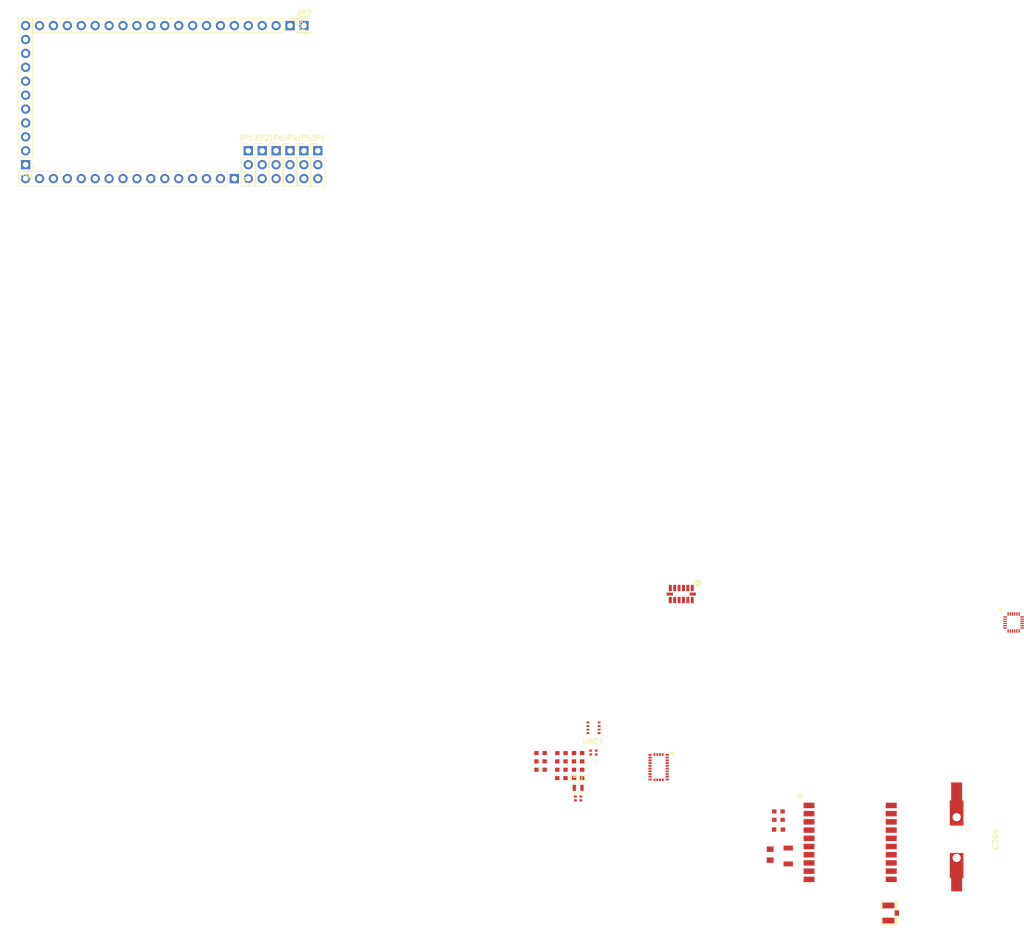
<source format=kicad_pcb>
(kicad_pcb (version 4) (host pcbnew 4.0.7-e2-6376~60~ubuntu17.10.1)

  (general
    (links 96)
    (no_connects 46)
    (area 0 0 0 0)
    (thickness 1.6)
    (drawings 0)
    (tracks 0)
    (zones 0)
    (modules 37)
    (nets 14)
  )

  (page A4)
  (layers
    (0 F.Cu signal)
    (31 B.Cu signal)
    (32 B.Adhes user)
    (33 F.Adhes user)
    (34 B.Paste user)
    (35 F.Paste user)
    (36 B.SilkS user)
    (37 F.SilkS user)
    (38 B.Mask user)
    (39 F.Mask user)
    (40 Dwgs.User user)
    (41 Cmts.User user)
    (42 Eco1.User user)
    (43 Eco2.User user)
    (44 Edge.Cuts user)
    (45 Margin user)
    (46 B.CrtYd user)
    (47 F.CrtYd user)
    (48 B.Fab user)
    (49 F.Fab user)
  )

  (setup
    (last_trace_width 0.25)
    (trace_clearance 0.2)
    (zone_clearance 0.508)
    (zone_45_only no)
    (trace_min 0.2)
    (segment_width 0.2)
    (edge_width 0.15)
    (via_size 0.6)
    (via_drill 0.4)
    (via_min_size 0.4)
    (via_min_drill 0.3)
    (uvia_size 0.3)
    (uvia_drill 0.1)
    (uvias_allowed no)
    (uvia_min_size 0.2)
    (uvia_min_drill 0.1)
    (pcb_text_width 0.3)
    (pcb_text_size 1.5 1.5)
    (mod_edge_width 0.15)
    (mod_text_size 1 1)
    (mod_text_width 0.15)
    (pad_size 1.524 1.524)
    (pad_drill 0.762)
    (pad_to_mask_clearance 0.2)
    (aux_axis_origin 0 0)
    (visible_elements FFFFFF7F)
    (pcbplotparams
      (layerselection 0x00030_80000001)
      (usegerberextensions false)
      (excludeedgelayer true)
      (linewidth 0.100000)
      (plotframeref false)
      (viasonmask false)
      (mode 1)
      (useauxorigin false)
      (hpglpennumber 1)
      (hpglpenspeed 20)
      (hpglpendiameter 15)
      (hpglpenoverlay 2)
      (psnegative false)
      (psa4output false)
      (plotreference true)
      (plotvalue true)
      (plotinvisibletext false)
      (padsonsilk false)
      (subtractmaskfromsilk false)
      (outputformat 1)
      (mirror false)
      (drillshape 1)
      (scaleselection 1)
      (outputdirectory ""))
  )

  (net 0 "")
  (net 1 GND)
  (net 2 /UltimateGPS/VBACKUP)
  (net 3 +3V3)
  (net 4 /MPU9250/REGOUT)
  (net 5 /UltimateGPS/VGPS)
  (net 6 /HighAcc/VS)
  (net 7 /BNO055/CAP)
  (net 8 /BNO055/XOUT32)
  (net 9 /BNO055/XIN32)
  (net 10 /UltimateGPS/VBACKUP+)
  (net 11 +15V)
  (net 12 +5V)
  (net 13 /UltimateGPS/ANT)

  (net_class Default "This is the default net class."
    (clearance 0.2)
    (trace_width 0.25)
    (via_dia 0.6)
    (via_drill 0.4)
    (uvia_dia 0.3)
    (uvia_drill 0.1)
    (add_net +15V)
    (add_net +3V3)
    (add_net +5V)
    (add_net /BNO055/CAP)
    (add_net /BNO055/XIN32)
    (add_net /BNO055/XOUT32)
    (add_net /HighAcc/VS)
    (add_net /MPU9250/REGOUT)
    (add_net /UltimateGPS/ANT)
    (add_net /UltimateGPS/VBACKUP)
    (add_net /UltimateGPS/VBACKUP+)
    (add_net /UltimateGPS/VGPS)
    (add_net GND)
  )

  (module KwanSystems:CR1220-2 (layer F.Cu) (tedit 596649B6) (tstamp 5AD7602F)
    (at 177.546 119.288 90)
    (path /5AD69113/5911D6E9)
    (fp_text reference B304 (at -1.602 -0.14 90) (layer F.Fab)
      (effects (font (size 0.77216 0.77216) (thickness 0.138988)) (justify left bottom))
    )
    (fp_text value Coin_Cell (at -1.602 0.868 90) (layer F.Fab)
      (effects (font (size 0.77216 0.77216) (thickness 0.077216)) (justify left bottom))
    )
    (fp_circle (center 0.2 0) (end 7.59 0) (layer Dwgs.User) (width 0.3048))
    (fp_circle (center 0.2 0) (end 6.7 0) (layer Dwgs.User) (width 0.3048))
    (fp_line (start -7.4 -1.6) (end -7.2 -2.5) (layer F.Fab) (width 0.3048))
    (fp_line (start -7.2 -2.5) (end -6.8 -3.5) (layer F.Fab) (width 0.3048))
    (fp_line (start -6.8 -3.5) (end -6.3 -4.5) (layer F.Fab) (width 0.3048))
    (fp_line (start -6.3 -4.5) (end -5.4 -5.5) (layer F.Fab) (width 0.3048))
    (fp_line (start -5.4 -5.5) (end -4.5 -6.3) (layer F.Fab) (width 0.3048))
    (fp_line (start -4.5 -6.3) (end -3.3 -7) (layer F.Fab) (width 0.3048))
    (fp_line (start -3.3 -7) (end -2.3 -7.5) (layer F.Fab) (width 0.3048))
    (fp_line (start -2.3 -7.5) (end -0.8 -7.9) (layer F.Fab) (width 0.3048))
    (fp_line (start -0.8 -7.9) (end 0.7 -7.9) (layer F.Fab) (width 0.3048))
    (fp_line (start 0.7 -7.9) (end 2 -7.7) (layer F.Fab) (width 0.3048))
    (fp_line (start -7.6 1.5) (end -7.2 2.9) (layer F.Fab) (width 0.3048))
    (fp_line (start -7.2 2.9) (end -6.5 4.2) (layer F.Fab) (width 0.3048))
    (fp_line (start -6.5 4.2) (end -5.7 5.3) (layer F.Fab) (width 0.3048))
    (fp_line (start -5.7 5.3) (end -4.9 6.1) (layer F.Fab) (width 0.3048))
    (fp_line (start -4.9 6.1) (end -3.9 6.8) (layer F.Fab) (width 0.3048))
    (fp_line (start -3.9 6.8) (end -2.7 7.4) (layer F.Fab) (width 0.3048))
    (fp_line (start -2.7 7.4) (end -1.3 7.8) (layer F.Fab) (width 0.3048))
    (fp_line (start -1.3 7.8) (end 0 8) (layer F.Fab) (width 0.3048))
    (fp_line (start 0 8) (end 1.2 7.9) (layer F.Fab) (width 0.3048))
    (fp_line (start 1.2 7.9) (end 2.5 7.6) (layer F.Fab) (width 0.3048))
    (fp_line (start 3.95 -7.1) (end 7.1 -7.1) (layer F.Fab) (width 0.3048))
    (fp_line (start 3.95 7.1) (end 7.1 7.1) (layer F.Fab) (width 0.3048))
    (fp_line (start 7.1 -7.1) (end 7.1 -3.8) (layer F.Fab) (width 0.3048))
    (fp_line (start 7.1 -3.8) (end 7.6 -2.9) (layer F.Fab) (width 0.3048))
    (fp_line (start 7.6 -2.9) (end 7.9 -2) (layer F.Fab) (width 0.3048))
    (fp_line (start 7.9 -2) (end 7.9 -1.6) (layer F.Fab) (width 0.3048))
    (fp_line (start 7.1 7.1) (end 7.1 3.9) (layer F.Fab) (width 0.3048))
    (fp_line (start 7.1 3.9) (end 7.6 2.9) (layer F.Fab) (width 0.3048))
    (fp_line (start 7.6 2.9) (end 7.9 1.7) (layer F.Fab) (width 0.3048))
    (fp_line (start 2.4 7.6) (end 3.9 7.1) (layer F.Fab) (width 0.3048))
    (fp_line (start 2 -7.7) (end 3.9 -7.1) (layer F.Fab) (width 0.3048))
    (pad "" np_thru_hole circle (at 3.95 0 90) (size 1.5 1.5) (drill 1.5) (layers *.Cu))
    (pad "" np_thru_hole circle (at -3.5 0 90) (size 1.5 1.5) (drill 1.5) (layers *.Cu))
    (pad - smd rect (at -7.6 0 90) (size 4 2) (layers F.Cu F.Paste F.Mask)
      (net 1 GND))
    (pad + smd rect (at 8.29 0 90) (size 4 2) (layers F.Cu F.Paste F.Mask)
      (net 2 /UltimateGPS/VBACKUP))
    (model ../KwanSystems.pretty/wrl/Harwin_S841.wrl
      (at (xyz -0.03 0 0))
      (scale (xyz 0.3937 0.3937 0.3937))
      (rotate (xyz 90 180 90))
    )
  )

  (module KwanSystems:SMD_0603 (layer F.Cu) (tedit 590965EB) (tstamp 5AD76035)
    (at 101.6 106.68)
    (descr "Capacitor SMD 0603, reflow soldering, AVX (see smccp.pdf)")
    (tags "capacitor 0603")
    (path /5AD685A1/590FBC36)
    (attr smd)
    (fp_text reference C208 (at 0 -0.2) (layer F.Fab)
      (effects (font (size 0.2 0.2) (thickness 0.015)))
    )
    (fp_text value 100nF (at 0 0.2) (layer F.Fab)
      (effects (font (size 0.2 0.2) (thickness 0.015)))
    )
    (fp_line (start -0.8 0.4) (end -0.8 -0.4) (layer F.Fab) (width 0.1))
    (fp_line (start 0.8 0.4) (end -0.8 0.4) (layer F.Fab) (width 0.1))
    (fp_line (start 0.8 -0.4) (end 0.8 0.4) (layer F.Fab) (width 0.1))
    (fp_line (start -0.8 -0.4) (end 0.8 -0.4) (layer F.Fab) (width 0.1))
    (fp_line (start -1.4 -0.65) (end 1.4 -0.65) (layer F.CrtYd) (width 0.05))
    (fp_line (start -1.4 -0.65) (end -1.4 0.65) (layer F.CrtYd) (width 0.05))
    (fp_line (start 1.4 0.65) (end 1.4 -0.65) (layer F.CrtYd) (width 0.05))
    (fp_line (start 1.4 0.65) (end -1.4 0.65) (layer F.CrtYd) (width 0.05))
    (pad 1 smd rect (at -0.75 0) (size 0.8 0.75) (layers F.Cu F.Paste F.Mask)
      (net 1 GND))
    (pad 2 smd rect (at 0.75 0) (size 0.8 0.75) (layers F.Cu F.Paste F.Mask)
      (net 3 +3V3))
    (model Capacitors_SMD.3dshapes/C_0603.wrl
      (at (xyz 0 0 0))
      (scale (xyz 1 1 1))
      (rotate (xyz 0 0 0))
    )
  )

  (module KwanSystems:SMD_0603 (layer F.Cu) (tedit 590965EB) (tstamp 5AD7603B)
    (at 101.6 105.156)
    (descr "Capacitor SMD 0603, reflow soldering, AVX (see smccp.pdf)")
    (tags "capacitor 0603")
    (path /5AD685A1/590FBC2E)
    (attr smd)
    (fp_text reference C210 (at 0 -0.2) (layer F.Fab)
      (effects (font (size 0.2 0.2) (thickness 0.015)))
    )
    (fp_text value 100nF (at 0 0.2) (layer F.Fab)
      (effects (font (size 0.2 0.2) (thickness 0.015)))
    )
    (fp_line (start -0.8 0.4) (end -0.8 -0.4) (layer F.Fab) (width 0.1))
    (fp_line (start 0.8 0.4) (end -0.8 0.4) (layer F.Fab) (width 0.1))
    (fp_line (start 0.8 -0.4) (end 0.8 0.4) (layer F.Fab) (width 0.1))
    (fp_line (start -0.8 -0.4) (end 0.8 -0.4) (layer F.Fab) (width 0.1))
    (fp_line (start -1.4 -0.65) (end 1.4 -0.65) (layer F.CrtYd) (width 0.05))
    (fp_line (start -1.4 -0.65) (end -1.4 0.65) (layer F.CrtYd) (width 0.05))
    (fp_line (start 1.4 0.65) (end 1.4 -0.65) (layer F.CrtYd) (width 0.05))
    (fp_line (start 1.4 0.65) (end -1.4 0.65) (layer F.CrtYd) (width 0.05))
    (pad 1 smd rect (at -0.75 0) (size 0.8 0.75) (layers F.Cu F.Paste F.Mask)
      (net 1 GND))
    (pad 2 smd rect (at 0.75 0) (size 0.8 0.75) (layers F.Cu F.Paste F.Mask)
      (net 4 /MPU9250/REGOUT))
    (model Capacitors_SMD.3dshapes/C_0603.wrl
      (at (xyz 0 0 0))
      (scale (xyz 1 1 1))
      (rotate (xyz 0 0 0))
    )
  )

  (module KwanSystems:SMD_0603 (layer F.Cu) (tedit 590965EB) (tstamp 5AD76041)
    (at 101.6 103.632)
    (descr "Capacitor SMD 0603, reflow soldering, AVX (see smccp.pdf)")
    (tags "capacitor 0603")
    (path /5AD685A1/590FBC3E)
    (attr smd)
    (fp_text reference C213 (at 0 -0.2) (layer F.Fab)
      (effects (font (size 0.2 0.2) (thickness 0.015)))
    )
    (fp_text value 100nF (at 0 0.2) (layer F.Fab)
      (effects (font (size 0.2 0.2) (thickness 0.015)))
    )
    (fp_line (start -0.8 0.4) (end -0.8 -0.4) (layer F.Fab) (width 0.1))
    (fp_line (start 0.8 0.4) (end -0.8 0.4) (layer F.Fab) (width 0.1))
    (fp_line (start 0.8 -0.4) (end 0.8 0.4) (layer F.Fab) (width 0.1))
    (fp_line (start -0.8 -0.4) (end 0.8 -0.4) (layer F.Fab) (width 0.1))
    (fp_line (start -1.4 -0.65) (end 1.4 -0.65) (layer F.CrtYd) (width 0.05))
    (fp_line (start -1.4 -0.65) (end -1.4 0.65) (layer F.CrtYd) (width 0.05))
    (fp_line (start 1.4 0.65) (end 1.4 -0.65) (layer F.CrtYd) (width 0.05))
    (fp_line (start 1.4 0.65) (end -1.4 0.65) (layer F.CrtYd) (width 0.05))
    (pad 1 smd rect (at -0.75 0) (size 0.8 0.75) (layers F.Cu F.Paste F.Mask)
      (net 1 GND))
    (pad 2 smd rect (at 0.75 0) (size 0.8 0.75) (layers F.Cu F.Paste F.Mask)
      (net 3 +3V3))
    (model Capacitors_SMD.3dshapes/C_0603.wrl
      (at (xyz 0 0 0))
      (scale (xyz 1 1 1))
      (rotate (xyz 0 0 0))
    )
  )

  (module KwanSystems:SMD_0603 (layer F.Cu) (tedit 590965EB) (tstamp 5AD76047)
    (at 145.022 114.3)
    (descr "Capacitor SMD 0603, reflow soldering, AVX (see smccp.pdf)")
    (tags "capacitor 0603")
    (path /5AD69113/591017E4)
    (attr smd)
    (fp_text reference C301 (at 0 -0.2) (layer F.Fab)
      (effects (font (size 0.2 0.2) (thickness 0.015)))
    )
    (fp_text value 100nF (at 0 0.2) (layer F.Fab)
      (effects (font (size 0.2 0.2) (thickness 0.015)))
    )
    (fp_line (start -0.8 0.4) (end -0.8 -0.4) (layer F.Fab) (width 0.1))
    (fp_line (start 0.8 0.4) (end -0.8 0.4) (layer F.Fab) (width 0.1))
    (fp_line (start 0.8 -0.4) (end 0.8 0.4) (layer F.Fab) (width 0.1))
    (fp_line (start -0.8 -0.4) (end 0.8 -0.4) (layer F.Fab) (width 0.1))
    (fp_line (start -1.4 -0.65) (end 1.4 -0.65) (layer F.CrtYd) (width 0.05))
    (fp_line (start -1.4 -0.65) (end -1.4 0.65) (layer F.CrtYd) (width 0.05))
    (fp_line (start 1.4 0.65) (end 1.4 -0.65) (layer F.CrtYd) (width 0.05))
    (fp_line (start 1.4 0.65) (end -1.4 0.65) (layer F.CrtYd) (width 0.05))
    (pad 1 smd rect (at -0.75 0) (size 0.8 0.75) (layers F.Cu F.Paste F.Mask)
      (net 1 GND))
    (pad 2 smd rect (at 0.75 0) (size 0.8 0.75) (layers F.Cu F.Paste F.Mask)
      (net 5 /UltimateGPS/VGPS))
    (model Capacitors_SMD.3dshapes/C_0603.wrl
      (at (xyz 0 0 0))
      (scale (xyz 1 1 1))
      (rotate (xyz 0 0 0))
    )
  )

  (module KwanSystems:SMD_1206 (layer F.Cu) (tedit 5974E59C) (tstamp 5AD7604D)
    (at 146.812 122.428 90)
    (descr "Resistor SMD 1206, reflow soldering, Vishay (see dcrcw.pdf)")
    (tags "resistor 1206")
    (path /5AD69113/591017DC)
    (attr smd)
    (fp_text reference C303 (at 0.6 0.6 90) (layer F.SilkS) hide
      (effects (font (size 0.2 0.2) (thickness 0.015)))
    )
    (fp_text value 10uF (at 0.65 -0.6 90) (layer F.Fab)
      (effects (font (size 0.2 0.2) (thickness 0.015)))
    )
    (fp_line (start 2.15 1.1) (end -2.15 1.1) (layer F.CrtYd) (width 0.05))
    (fp_line (start 2.15 1.1) (end 2.15 -1.11) (layer F.CrtYd) (width 0.05))
    (fp_line (start -2.15 -1.11) (end -2.15 1.1) (layer F.CrtYd) (width 0.05))
    (fp_line (start -2.15 -1.11) (end 2.15 -1.11) (layer F.CrtYd) (width 0.05))
    (fp_line (start -1.6 -0.8) (end 1.6 -0.8) (layer F.Fab) (width 0.1))
    (fp_line (start 1.6 -0.8) (end 1.6 0.8) (layer F.Fab) (width 0.1))
    (fp_line (start 1.6 0.8) (end -1.6 0.8) (layer F.Fab) (width 0.1))
    (fp_line (start -1.6 0.8) (end -1.6 -0.8) (layer F.Fab) (width 0.1))
    (fp_text user %R (at 0.6 0.6 90) (layer F.Fab)
      (effects (font (size 0.2 0.2) (thickness 0.015)))
    )
    (pad 2 smd rect (at 1.45 0 90) (size 0.9 1.7) (layers F.Cu F.Paste F.Mask)
      (net 5 /UltimateGPS/VGPS))
    (pad 1 smd rect (at -1.45 0 90) (size 0.9 1.7) (layers F.Cu F.Paste F.Mask)
      (net 1 GND))
    (model ${KISYS3DMOD}/Resistors_SMD.3dshapes/R_1206.wrl
      (at (xyz 0 0 0))
      (scale (xyz 1 1 1))
      (rotate (xyz 0 0 0))
    )
  )

  (module KwanSystems:Supercap (layer F.Cu) (tedit 590B3094) (tstamp 5AD76053)
    (at 177.546 119.38 90)
    (path /5AD69113/59101821)
    (fp_text reference C304 (at 0 7.1 90) (layer F.SilkS)
      (effects (font (size 1 1) (thickness 0.15)))
    )
    (fp_text value 220mF (at 0 -6.2 90) (layer F.Fab)
      (effects (font (size 1 1) (thickness 0.15)))
    )
    (fp_line (start -5.4 -5.4) (end -5.4 5.4) (layer F.Fab) (width 0.4))
    (fp_line (start -5.4 5.4) (end 3 5.4) (layer F.Fab) (width 0.4))
    (fp_line (start 3 5.4) (end 5.4 3) (layer F.Fab) (width 0.4))
    (fp_line (start 5.4 3) (end 5.4 -3) (layer F.Fab) (width 0.4))
    (fp_line (start 5.4 -3) (end 3 -5.4) (layer F.Fab) (width 0.4))
    (fp_line (start 3 -5.4) (end -5.4 -5.4) (layer F.Fab) (width 0.4))
    (pad 1 smd rect (at 4.8 0 90) (size 4.6 2.5) (layers F.Cu F.Paste F.Mask)
      (net 2 /UltimateGPS/VBACKUP))
    (pad 2 smd rect (at -4.8 0 90) (size 4.6 2.5) (layers F.Cu F.Paste F.Mask)
      (net 1 GND))
  )

  (module KwanSystems:SMD_0603 (layer F.Cu) (tedit 590965EB) (tstamp 5AD76059)
    (at 105.422 103.632)
    (descr "Capacitor SMD 0603, reflow soldering, AVX (see smccp.pdf)")
    (tags "capacitor 0603")
    (path /5AD69772/598D6C36)
    (attr smd)
    (fp_text reference C401 (at 0 -0.2) (layer F.Fab)
      (effects (font (size 0.2 0.2) (thickness 0.015)))
    )
    (fp_text value 100nF (at 0 0.2) (layer F.Fab)
      (effects (font (size 0.2 0.2) (thickness 0.015)))
    )
    (fp_line (start -0.8 0.4) (end -0.8 -0.4) (layer F.Fab) (width 0.1))
    (fp_line (start 0.8 0.4) (end -0.8 0.4) (layer F.Fab) (width 0.1))
    (fp_line (start 0.8 -0.4) (end 0.8 0.4) (layer F.Fab) (width 0.1))
    (fp_line (start -0.8 -0.4) (end 0.8 -0.4) (layer F.Fab) (width 0.1))
    (fp_line (start -1.4 -0.65) (end 1.4 -0.65) (layer F.CrtYd) (width 0.05))
    (fp_line (start -1.4 -0.65) (end -1.4 0.65) (layer F.CrtYd) (width 0.05))
    (fp_line (start 1.4 0.65) (end 1.4 -0.65) (layer F.CrtYd) (width 0.05))
    (fp_line (start 1.4 0.65) (end -1.4 0.65) (layer F.CrtYd) (width 0.05))
    (pad 1 smd rect (at -0.75 0) (size 0.8 0.75) (layers F.Cu F.Paste F.Mask)
      (net 3 +3V3))
    (pad 2 smd rect (at 0.75 0) (size 0.8 0.75) (layers F.Cu F.Paste F.Mask)
      (net 1 GND))
    (model Capacitors_SMD.3dshapes/C_0603.wrl
      (at (xyz 0 0 0))
      (scale (xyz 1 1 1))
      (rotate (xyz 0 0 0))
    )
  )

  (module KwanSystems:SMD_0603 (layer F.Cu) (tedit 590965EB) (tstamp 5AD7605F)
    (at 105.41 105.156)
    (descr "Capacitor SMD 0603, reflow soldering, AVX (see smccp.pdf)")
    (tags "capacitor 0603")
    (path /5AD69772/598D6B91)
    (attr smd)
    (fp_text reference C405 (at 0 -0.2) (layer F.Fab)
      (effects (font (size 0.2 0.2) (thickness 0.015)))
    )
    (fp_text value 100nF (at 0 0.2) (layer F.Fab)
      (effects (font (size 0.2 0.2) (thickness 0.015)))
    )
    (fp_line (start -0.8 0.4) (end -0.8 -0.4) (layer F.Fab) (width 0.1))
    (fp_line (start 0.8 0.4) (end -0.8 0.4) (layer F.Fab) (width 0.1))
    (fp_line (start 0.8 -0.4) (end 0.8 0.4) (layer F.Fab) (width 0.1))
    (fp_line (start -0.8 -0.4) (end 0.8 -0.4) (layer F.Fab) (width 0.1))
    (fp_line (start -1.4 -0.65) (end 1.4 -0.65) (layer F.CrtYd) (width 0.05))
    (fp_line (start -1.4 -0.65) (end -1.4 0.65) (layer F.CrtYd) (width 0.05))
    (fp_line (start 1.4 0.65) (end 1.4 -0.65) (layer F.CrtYd) (width 0.05))
    (fp_line (start 1.4 0.65) (end -1.4 0.65) (layer F.CrtYd) (width 0.05))
    (pad 1 smd rect (at -0.75 0) (size 0.8 0.75) (layers F.Cu F.Paste F.Mask)
      (net 6 /HighAcc/VS))
    (pad 2 smd rect (at 0.75 0) (size 0.8 0.75) (layers F.Cu F.Paste F.Mask)
      (net 1 GND))
    (model Capacitors_SMD.3dshapes/C_0603.wrl
      (at (xyz 0 0 0))
      (scale (xyz 1 1 1))
      (rotate (xyz 0 0 0))
    )
  )

  (module KwanSystems:SMD_0603_pol (layer F.Cu) (tedit 590965EB) (tstamp 5AD76065)
    (at 105.41 108.204)
    (descr "Capacitor SMD 0603, reflow soldering, AVX (see smccp.pdf)")
    (tags "capacitor 0603 polarized")
    (path /5AD69772/5A4DF23E)
    (attr smd)
    (fp_text reference C406 (at 0 -0.2) (layer F.Fab)
      (effects (font (size 0.2 0.2) (thickness 0.015)))
    )
    (fp_text value 10uF (at 0 0.2) (layer F.Fab)
      (effects (font (size 0.2 0.2) (thickness 0.015)))
    )
    (fp_line (start -1.35 0.6) (end -0.2 0.6) (layer F.SilkS) (width 0.05))
    (fp_line (start -1.35 -0.6) (end -1.35 0.6) (layer F.SilkS) (width 0.05))
    (fp_line (start -0.2 -0.6) (end -1.35 -0.6) (layer F.SilkS) (width 0.05))
    (fp_line (start -0.8 0.4) (end -0.8 -0.4) (layer F.Fab) (width 0.1))
    (fp_line (start 0.8 0.4) (end -0.8 0.4) (layer F.Fab) (width 0.1))
    (fp_line (start 0.8 -0.4) (end 0.8 0.4) (layer F.Fab) (width 0.1))
    (fp_line (start -0.8 -0.4) (end 0.8 -0.4) (layer F.Fab) (width 0.1))
    (fp_line (start -1.4 -0.65) (end 1.4 -0.65) (layer F.CrtYd) (width 0.05))
    (fp_line (start -1.4 -0.65) (end -1.4 0.65) (layer F.CrtYd) (width 0.05))
    (fp_line (start 1.4 0.65) (end 1.4 -0.65) (layer F.CrtYd) (width 0.05))
    (fp_line (start 1.4 0.65) (end -1.4 0.65) (layer F.CrtYd) (width 0.05))
    (pad 1 smd rect (at -0.75 0) (size 0.8 0.75) (layers F.Cu F.Paste F.Mask)
      (net 6 /HighAcc/VS))
    (pad 2 smd rect (at 0.75 0) (size 0.8 0.75) (layers F.Cu F.Paste F.Mask)
      (net 1 GND))
    (model Capacitors_SMD.3dshapes/C_0603.wrl
      (at (xyz 0 0 0))
      (scale (xyz 1 1 1))
      (rotate (xyz 0 0 0))
    )
  )

  (module KwanSystems:SMD_0603 (layer F.Cu) (tedit 590965EB) (tstamp 5AD7606B)
    (at 108.458 108.204)
    (descr "Capacitor SMD 0603, reflow soldering, AVX (see smccp.pdf)")
    (tags "capacitor 0603")
    (path /5AD6A45A/598B82AE)
    (attr smd)
    (fp_text reference C503 (at 0 -0.2) (layer F.Fab)
      (effects (font (size 0.2 0.2) (thickness 0.015)))
    )
    (fp_text value 100nF (at 0 0.2) (layer F.Fab)
      (effects (font (size 0.2 0.2) (thickness 0.015)))
    )
    (fp_line (start -0.8 0.4) (end -0.8 -0.4) (layer F.Fab) (width 0.1))
    (fp_line (start 0.8 0.4) (end -0.8 0.4) (layer F.Fab) (width 0.1))
    (fp_line (start 0.8 -0.4) (end 0.8 0.4) (layer F.Fab) (width 0.1))
    (fp_line (start -0.8 -0.4) (end 0.8 -0.4) (layer F.Fab) (width 0.1))
    (fp_line (start -1.4 -0.65) (end 1.4 -0.65) (layer F.CrtYd) (width 0.05))
    (fp_line (start -1.4 -0.65) (end -1.4 0.65) (layer F.CrtYd) (width 0.05))
    (fp_line (start 1.4 0.65) (end 1.4 -0.65) (layer F.CrtYd) (width 0.05))
    (fp_line (start 1.4 0.65) (end -1.4 0.65) (layer F.CrtYd) (width 0.05))
    (pad 1 smd rect (at -0.75 0) (size 0.8 0.75) (layers F.Cu F.Paste F.Mask)
      (net 1 GND))
    (pad 2 smd rect (at 0.75 0) (size 0.8 0.75) (layers F.Cu F.Paste F.Mask)
      (net 3 +3V3))
    (model Capacitors_SMD.3dshapes/C_0603.wrl
      (at (xyz 0 0 0))
      (scale (xyz 1 1 1))
      (rotate (xyz 0 0 0))
    )
  )

  (module KwanSystems:SMD_0603 (layer F.Cu) (tedit 590965EB) (tstamp 5AD76071)
    (at 108.458 106.68)
    (descr "Capacitor SMD 0603, reflow soldering, AVX (see smccp.pdf)")
    (tags "capacitor 0603")
    (path /5AD6A45A/598B8309)
    (attr smd)
    (fp_text reference C509 (at 0 -0.2) (layer F.Fab)
      (effects (font (size 0.2 0.2) (thickness 0.015)))
    )
    (fp_text value 100nF (at 0 0.2) (layer F.Fab)
      (effects (font (size 0.2 0.2) (thickness 0.015)))
    )
    (fp_line (start -0.8 0.4) (end -0.8 -0.4) (layer F.Fab) (width 0.1))
    (fp_line (start 0.8 0.4) (end -0.8 0.4) (layer F.Fab) (width 0.1))
    (fp_line (start 0.8 -0.4) (end 0.8 0.4) (layer F.Fab) (width 0.1))
    (fp_line (start -0.8 -0.4) (end 0.8 -0.4) (layer F.Fab) (width 0.1))
    (fp_line (start -1.4 -0.65) (end 1.4 -0.65) (layer F.CrtYd) (width 0.05))
    (fp_line (start -1.4 -0.65) (end -1.4 0.65) (layer F.CrtYd) (width 0.05))
    (fp_line (start 1.4 0.65) (end 1.4 -0.65) (layer F.CrtYd) (width 0.05))
    (fp_line (start 1.4 0.65) (end -1.4 0.65) (layer F.CrtYd) (width 0.05))
    (pad 1 smd rect (at -0.75 0) (size 0.8 0.75) (layers F.Cu F.Paste F.Mask)
      (net 7 /BNO055/CAP))
    (pad 2 smd rect (at 0.75 0) (size 0.8 0.75) (layers F.Cu F.Paste F.Mask)
      (net 1 GND))
    (model Capacitors_SMD.3dshapes/C_0603.wrl
      (at (xyz 0 0 0))
      (scale (xyz 1 1 1))
      (rotate (xyz 0 0 0))
    )
  )

  (module KwanSystems:SMD_0603 (layer F.Cu) (tedit 590965EB) (tstamp 5AD76077)
    (at 108.458 105.156)
    (descr "Capacitor SMD 0603, reflow soldering, AVX (see smccp.pdf)")
    (tags "capacitor 0603")
    (path /5AD6A45A/59E44B71)
    (attr smd)
    (fp_text reference C525 (at 0 -0.2) (layer F.Fab)
      (effects (font (size 0.2 0.2) (thickness 0.015)))
    )
    (fp_text value 120nF (at 0 0.2) (layer F.Fab)
      (effects (font (size 0.2 0.2) (thickness 0.015)))
    )
    (fp_line (start -0.8 0.4) (end -0.8 -0.4) (layer F.Fab) (width 0.1))
    (fp_line (start 0.8 0.4) (end -0.8 0.4) (layer F.Fab) (width 0.1))
    (fp_line (start 0.8 -0.4) (end 0.8 0.4) (layer F.Fab) (width 0.1))
    (fp_line (start -0.8 -0.4) (end 0.8 -0.4) (layer F.Fab) (width 0.1))
    (fp_line (start -1.4 -0.65) (end 1.4 -0.65) (layer F.CrtYd) (width 0.05))
    (fp_line (start -1.4 -0.65) (end -1.4 0.65) (layer F.CrtYd) (width 0.05))
    (fp_line (start 1.4 0.65) (end 1.4 -0.65) (layer F.CrtYd) (width 0.05))
    (fp_line (start 1.4 0.65) (end -1.4 0.65) (layer F.CrtYd) (width 0.05))
    (pad 1 smd rect (at -0.75 0) (size 0.8 0.75) (layers F.Cu F.Paste F.Mask)
      (net 3 +3V3))
    (pad 2 smd rect (at 0.75 0) (size 0.8 0.75) (layers F.Cu F.Paste F.Mask)
      (net 1 GND))
    (model Capacitors_SMD.3dshapes/C_0603.wrl
      (at (xyz 0 0 0))
      (scale (xyz 1 1 1))
      (rotate (xyz 0 0 0))
    )
  )

  (module KwanSystems:R_Array_Convex_2x0402 (layer F.Cu) (tedit 59096677) (tstamp 5AD7607F)
    (at 108.466 111.918)
    (descr "Chip Resistor Network, ROHM MNR02 (see mnr_g.pdf)")
    (tags "resistor array")
    (path /5AD6A45A/59908124)
    (attr smd)
    (fp_text reference C526 (at 0 -0.5) (layer F.Fab)
      (effects (font (size 0.2 0.2) (thickness 0.015)))
    )
    (fp_text value 22pF (at 0 0.5) (layer F.Fab)
      (effects (font (size 0.2 0.2) (thickness 0.015)))
    )
    (fp_line (start 1 0.95) (end -1 0.95) (layer F.CrtYd) (width 0.05))
    (fp_line (start 1 0.95) (end 1 -0.95) (layer F.CrtYd) (width 0.05))
    (fp_line (start -1 -0.95) (end -1 0.95) (layer F.CrtYd) (width 0.05))
    (fp_line (start -1 -0.95) (end 1 -0.95) (layer F.CrtYd) (width 0.05))
    (fp_line (start -0.5 0.7) (end 0.5 0.7) (layer F.Fab) (width 0.1))
    (fp_line (start -0.5 -0.7) (end -0.5 0.7) (layer F.Fab) (width 0.1))
    (fp_line (start 0.5 -0.7) (end -0.5 -0.7) (layer F.Fab) (width 0.1))
    (fp_line (start 0.5 0.7) (end 0.5 -0.7) (layer F.Fab) (width 0.1))
    (pad 4 smd rect (at 0.5 -0.35) (size 0.5 0.4) (layers F.Cu F.Paste F.Mask)
      (net 1 GND))
    (pad 3 smd rect (at 0.5 0.35) (size 0.5 0.4) (layers F.Cu F.Paste F.Mask)
      (net 1 GND))
    (pad 2 smd rect (at -0.5 0.35) (size 0.5 0.4) (layers F.Cu F.Paste F.Mask)
      (net 8 /BNO055/XOUT32))
    (pad 1 smd rect (at -0.5 -0.35) (size 0.5 0.4) (layers F.Cu F.Paste F.Mask)
      (net 9 /BNO055/XIN32))
    (model ${KISYS3DMOD}/Resistors_SMD.3dshapes/R_Array_Convex_2x0402.wrl
      (at (xyz 0 0 0))
      (scale (xyz 1 1 1))
      (rotate (xyz 0 0 0))
    )
  )

  (module KwanSystems:SMD_0603 (layer F.Cu) (tedit 590965EB) (tstamp 5AD76085)
    (at 108.458 103.632)
    (descr "Capacitor SMD 0603, reflow soldering, AVX (see smccp.pdf)")
    (tags "capacitor 0603")
    (path /5AD6A45A/59E628C4)
    (attr smd)
    (fp_text reference C528 (at 0 -0.2) (layer F.Fab)
      (effects (font (size 0.2 0.2) (thickness 0.015)))
    )
    (fp_text value 6.8nF (at 0 0.2) (layer F.Fab)
      (effects (font (size 0.2 0.2) (thickness 0.015)))
    )
    (fp_line (start -0.8 0.4) (end -0.8 -0.4) (layer F.Fab) (width 0.1))
    (fp_line (start 0.8 0.4) (end -0.8 0.4) (layer F.Fab) (width 0.1))
    (fp_line (start 0.8 -0.4) (end 0.8 0.4) (layer F.Fab) (width 0.1))
    (fp_line (start -0.8 -0.4) (end 0.8 -0.4) (layer F.Fab) (width 0.1))
    (fp_line (start -1.4 -0.65) (end 1.4 -0.65) (layer F.CrtYd) (width 0.05))
    (fp_line (start -1.4 -0.65) (end -1.4 0.65) (layer F.CrtYd) (width 0.05))
    (fp_line (start 1.4 0.65) (end 1.4 -0.65) (layer F.CrtYd) (width 0.05))
    (fp_line (start 1.4 0.65) (end -1.4 0.65) (layer F.CrtYd) (width 0.05))
    (pad 1 smd rect (at -0.75 0) (size 0.8 0.75) (layers F.Cu F.Paste F.Mask)
      (net 3 +3V3))
    (pad 2 smd rect (at 0.75 0) (size 0.8 0.75) (layers F.Cu F.Paste F.Mask)
      (net 1 GND))
    (model Capacitors_SMD.3dshapes/C_0603.wrl
      (at (xyz 0 0 0))
      (scale (xyz 1 1 1))
      (rotate (xyz 0 0 0))
    )
  )

  (module KwanSystems:R_Array_Convex_2x0402 (layer F.Cu) (tedit 59096677) (tstamp 5AD7608D)
    (at 111.26 103.536)
    (descr "Chip Resistor Network, ROHM MNR02 (see mnr_g.pdf)")
    (tags "resistor array")
    (path /5AD6B07C/598CECC2)
    (attr smd)
    (fp_text reference C606 (at 0 -0.5) (layer F.Fab)
      (effects (font (size 0.2 0.2) (thickness 0.015)))
    )
    (fp_text value 100nF (at 0 0.5) (layer F.Fab)
      (effects (font (size 0.2 0.2) (thickness 0.015)))
    )
    (fp_line (start 1 0.95) (end -1 0.95) (layer F.CrtYd) (width 0.05))
    (fp_line (start 1 0.95) (end 1 -0.95) (layer F.CrtYd) (width 0.05))
    (fp_line (start -1 -0.95) (end -1 0.95) (layer F.CrtYd) (width 0.05))
    (fp_line (start -1 -0.95) (end 1 -0.95) (layer F.CrtYd) (width 0.05))
    (fp_line (start -0.5 0.7) (end 0.5 0.7) (layer F.Fab) (width 0.1))
    (fp_line (start -0.5 -0.7) (end -0.5 0.7) (layer F.Fab) (width 0.1))
    (fp_line (start 0.5 -0.7) (end -0.5 -0.7) (layer F.Fab) (width 0.1))
    (fp_line (start 0.5 0.7) (end 0.5 -0.7) (layer F.Fab) (width 0.1))
    (pad 4 smd rect (at 0.5 -0.35) (size 0.5 0.4) (layers F.Cu F.Paste F.Mask)
      (net 1 GND))
    (pad 3 smd rect (at 0.5 0.35) (size 0.5 0.4) (layers F.Cu F.Paste F.Mask)
      (net 1 GND))
    (pad 2 smd rect (at -0.5 0.35) (size 0.5 0.4) (layers F.Cu F.Paste F.Mask)
      (net 3 +3V3))
    (pad 1 smd rect (at -0.5 -0.35) (size 0.5 0.4) (layers F.Cu F.Paste F.Mask)
      (net 3 +3V3))
    (model ${KISYS3DMOD}/Resistors_SMD.3dshapes/R_Array_Convex_2x0402.wrl
      (at (xyz 0 0 0))
      (scale (xyz 1 1 1))
      (rotate (xyz 0 0 0))
    )
  )

  (module KwanSystems:D_0603 (layer F.Cu) (tedit 59096247) (tstamp 5AD76093)
    (at 145.034 117.602)
    (descr "LED 0603 smd package")
    (tags "LED led 0603 SMD smd SMT smt smdled SMDLED smtled SMTLED")
    (path /5AD69113/59101828)
    (attr smd)
    (fp_text reference D304 (at 1.2 -0.5) (layer F.Fab)
      (effects (font (size 0.2 0.2) (thickness 0.015)))
    )
    (fp_text value D_Schottky (at 1.1 0.5) (layer F.Fab)
      (effects (font (size 0.2 0.2) (thickness 0.015)))
    )
    (fp_line (start -0.2 0) (end 0.2 -0.3) (layer F.SilkS) (width 0.1))
    (fp_line (start 0.2 0.3) (end -0.2 0) (layer F.SilkS) (width 0.1))
    (fp_line (start 0.8 0.4) (end -0.8 0.4) (layer F.Fab) (width 0.1))
    (fp_line (start 0.8 -0.4) (end 0.8 0.4) (layer F.Fab) (width 0.1))
    (fp_line (start -0.8 -0.4) (end 0.8 -0.4) (layer F.Fab) (width 0.1))
    (fp_line (start -0.8 0.4) (end -0.8 -0.4) (layer F.Fab) (width 0.1))
    (fp_line (start 1.45 -0.65) (end 1.45 0.65) (layer F.CrtYd) (width 0.05))
    (fp_line (start 1.45 0.65) (end -1.45 0.65) (layer F.CrtYd) (width 0.05))
    (fp_line (start -1.45 0.65) (end -1.45 -0.65) (layer F.CrtYd) (width 0.05))
    (fp_line (start -1.45 -0.65) (end 1.45 -0.65) (layer F.CrtYd) (width 0.05))
    (pad 2 smd rect (at 0.8 0 180) (size 0.8 0.8) (layers F.Cu F.Paste F.Mask)
      (net 5 /UltimateGPS/VGPS))
    (pad 1 smd rect (at -0.8 0 180) (size 0.8 0.8) (layers F.Cu F.Paste F.Mask)
      (net 10 /UltimateGPS/VBACKUP+))
    (model LEDs.3dshapes/LED_0603.wrl
      (at (xyz 0 0 0))
      (scale (xyz 1 1 1))
      (rotate (xyz 0 0 180))
    )
  )

  (module Pin_Headers:Pin_Header_Straight_1x03_Pitch2.54mm (layer F.Cu) (tedit 59650532) (tstamp 5AD7609A)
    (at 60.96 -6.35)
    (descr "Through hole straight pin header, 1x03, 2.54mm pitch, single row")
    (tags "Through hole pin header THT 1x03 2.54mm single row")
    (path /5AD67A98)
    (fp_text reference JP1 (at 0 -2.33) (layer F.SilkS)
      (effects (font (size 1 1) (thickness 0.15)))
    )
    (fp_text value Conn_01x03 (at 0 7.41) (layer F.Fab)
      (effects (font (size 1 1) (thickness 0.15)))
    )
    (fp_line (start -0.635 -1.27) (end 1.27 -1.27) (layer F.Fab) (width 0.1))
    (fp_line (start 1.27 -1.27) (end 1.27 6.35) (layer F.Fab) (width 0.1))
    (fp_line (start 1.27 6.35) (end -1.27 6.35) (layer F.Fab) (width 0.1))
    (fp_line (start -1.27 6.35) (end -1.27 -0.635) (layer F.Fab) (width 0.1))
    (fp_line (start -1.27 -0.635) (end -0.635 -1.27) (layer F.Fab) (width 0.1))
    (fp_line (start -1.33 6.41) (end 1.33 6.41) (layer F.SilkS) (width 0.12))
    (fp_line (start -1.33 1.27) (end -1.33 6.41) (layer F.SilkS) (width 0.12))
    (fp_line (start 1.33 1.27) (end 1.33 6.41) (layer F.SilkS) (width 0.12))
    (fp_line (start -1.33 1.27) (end 1.33 1.27) (layer F.SilkS) (width 0.12))
    (fp_line (start -1.33 0) (end -1.33 -1.33) (layer F.SilkS) (width 0.12))
    (fp_line (start -1.33 -1.33) (end 0 -1.33) (layer F.SilkS) (width 0.12))
    (fp_line (start -1.8 -1.8) (end -1.8 6.85) (layer F.CrtYd) (width 0.05))
    (fp_line (start -1.8 6.85) (end 1.8 6.85) (layer F.CrtYd) (width 0.05))
    (fp_line (start 1.8 6.85) (end 1.8 -1.8) (layer F.CrtYd) (width 0.05))
    (fp_line (start 1.8 -1.8) (end -1.8 -1.8) (layer F.CrtYd) (width 0.05))
    (fp_text user %R (at 0 2.54 90) (layer F.Fab)
      (effects (font (size 1 1) (thickness 0.15)))
    )
    (pad 1 thru_hole rect (at 0 0) (size 1.7 1.7) (drill 1) (layers *.Cu *.Mask)
      (net 11 +15V))
    (pad 2 thru_hole oval (at 0 2.54) (size 1.7 1.7) (drill 1) (layers *.Cu *.Mask)
      (net 11 +15V))
    (pad 3 thru_hole oval (at 0 5.08) (size 1.7 1.7) (drill 1) (layers *.Cu *.Mask)
      (net 11 +15V))
    (model ${KISYS3DMOD}/Pin_Headers.3dshapes/Pin_Header_Straight_1x03_Pitch2.54mm.wrl
      (at (xyz 0 0 0))
      (scale (xyz 1 1 1))
      (rotate (xyz 0 0 0))
    )
  )

  (module Pin_Headers:Pin_Header_Straight_1x03_Pitch2.54mm (layer F.Cu) (tedit 59650532) (tstamp 5AD760A1)
    (at 50.8 -6.35)
    (descr "Through hole straight pin header, 1x03, 2.54mm pitch, single row")
    (tags "Through hole pin header THT 1x03 2.54mm single row")
    (path /5AD679E8)
    (fp_text reference JP2 (at 0 -2.33) (layer F.SilkS)
      (effects (font (size 1 1) (thickness 0.15)))
    )
    (fp_text value Conn_01x03 (at 0 7.41) (layer F.Fab)
      (effects (font (size 1 1) (thickness 0.15)))
    )
    (fp_line (start -0.635 -1.27) (end 1.27 -1.27) (layer F.Fab) (width 0.1))
    (fp_line (start 1.27 -1.27) (end 1.27 6.35) (layer F.Fab) (width 0.1))
    (fp_line (start 1.27 6.35) (end -1.27 6.35) (layer F.Fab) (width 0.1))
    (fp_line (start -1.27 6.35) (end -1.27 -0.635) (layer F.Fab) (width 0.1))
    (fp_line (start -1.27 -0.635) (end -0.635 -1.27) (layer F.Fab) (width 0.1))
    (fp_line (start -1.33 6.41) (end 1.33 6.41) (layer F.SilkS) (width 0.12))
    (fp_line (start -1.33 1.27) (end -1.33 6.41) (layer F.SilkS) (width 0.12))
    (fp_line (start 1.33 1.27) (end 1.33 6.41) (layer F.SilkS) (width 0.12))
    (fp_line (start -1.33 1.27) (end 1.33 1.27) (layer F.SilkS) (width 0.12))
    (fp_line (start -1.33 0) (end -1.33 -1.33) (layer F.SilkS) (width 0.12))
    (fp_line (start -1.33 -1.33) (end 0 -1.33) (layer F.SilkS) (width 0.12))
    (fp_line (start -1.8 -1.8) (end -1.8 6.85) (layer F.CrtYd) (width 0.05))
    (fp_line (start -1.8 6.85) (end 1.8 6.85) (layer F.CrtYd) (width 0.05))
    (fp_line (start 1.8 6.85) (end 1.8 -1.8) (layer F.CrtYd) (width 0.05))
    (fp_line (start 1.8 -1.8) (end -1.8 -1.8) (layer F.CrtYd) (width 0.05))
    (fp_text user %R (at 0 2.54 90) (layer F.Fab)
      (effects (font (size 1 1) (thickness 0.15)))
    )
    (pad 1 thru_hole rect (at 0 0) (size 1.7 1.7) (drill 1) (layers *.Cu *.Mask)
      (net 3 +3V3))
    (pad 2 thru_hole oval (at 0 2.54) (size 1.7 1.7) (drill 1) (layers *.Cu *.Mask)
      (net 3 +3V3))
    (pad 3 thru_hole oval (at 0 5.08) (size 1.7 1.7) (drill 1) (layers *.Cu *.Mask)
      (net 3 +3V3))
    (model ${KISYS3DMOD}/Pin_Headers.3dshapes/Pin_Header_Straight_1x03_Pitch2.54mm.wrl
      (at (xyz 0 0 0))
      (scale (xyz 1 1 1))
      (rotate (xyz 0 0 0))
    )
  )

  (module Pin_Headers:Pin_Header_Straight_1x01_Pitch2.54mm (layer F.Cu) (tedit 59650532) (tstamp 5AD760A6)
    (at 58.42 -29.21)
    (descr "Through hole straight pin header, 1x01, 2.54mm pitch, single row")
    (tags "Through hole pin header THT 1x01 2.54mm single row")
    (path /5AD67944)
    (fp_text reference JP3 (at 0 -2.33) (layer F.SilkS)
      (effects (font (size 1 1) (thickness 0.15)))
    )
    (fp_text value Conn_01x01 (at 0 2.33) (layer F.Fab)
      (effects (font (size 1 1) (thickness 0.15)))
    )
    (fp_line (start -0.635 -1.27) (end 1.27 -1.27) (layer F.Fab) (width 0.1))
    (fp_line (start 1.27 -1.27) (end 1.27 1.27) (layer F.Fab) (width 0.1))
    (fp_line (start 1.27 1.27) (end -1.27 1.27) (layer F.Fab) (width 0.1))
    (fp_line (start -1.27 1.27) (end -1.27 -0.635) (layer F.Fab) (width 0.1))
    (fp_line (start -1.27 -0.635) (end -0.635 -1.27) (layer F.Fab) (width 0.1))
    (fp_line (start -1.33 1.33) (end 1.33 1.33) (layer F.SilkS) (width 0.12))
    (fp_line (start -1.33 1.27) (end -1.33 1.33) (layer F.SilkS) (width 0.12))
    (fp_line (start 1.33 1.27) (end 1.33 1.33) (layer F.SilkS) (width 0.12))
    (fp_line (start -1.33 1.27) (end 1.33 1.27) (layer F.SilkS) (width 0.12))
    (fp_line (start -1.33 0) (end -1.33 -1.33) (layer F.SilkS) (width 0.12))
    (fp_line (start -1.33 -1.33) (end 0 -1.33) (layer F.SilkS) (width 0.12))
    (fp_line (start -1.8 -1.8) (end -1.8 1.8) (layer F.CrtYd) (width 0.05))
    (fp_line (start -1.8 1.8) (end 1.8 1.8) (layer F.CrtYd) (width 0.05))
    (fp_line (start 1.8 1.8) (end 1.8 -1.8) (layer F.CrtYd) (width 0.05))
    (fp_line (start 1.8 -1.8) (end -1.8 -1.8) (layer F.CrtYd) (width 0.05))
    (fp_text user %R (at 0 0 90) (layer F.Fab)
      (effects (font (size 1 1) (thickness 0.15)))
    )
    (pad 1 thru_hole rect (at 0 0) (size 1.7 1.7) (drill 1) (layers *.Cu *.Mask))
    (model ${KISYS3DMOD}/Pin_Headers.3dshapes/Pin_Header_Straight_1x01_Pitch2.54mm.wrl
      (at (xyz 0 0 0))
      (scale (xyz 1 1 1))
      (rotate (xyz 0 0 0))
    )
  )

  (module Pin_Headers:Pin_Header_Straight_1x03_Pitch2.54mm (layer F.Cu) (tedit 59650532) (tstamp 5AD760AD)
    (at 55.88 -6.35)
    (descr "Through hole straight pin header, 1x03, 2.54mm pitch, single row")
    (tags "Through hole pin header THT 1x03 2.54mm single row")
    (path /5AD67A3A)
    (fp_text reference JP4 (at 0 -2.33) (layer F.SilkS)
      (effects (font (size 1 1) (thickness 0.15)))
    )
    (fp_text value Conn_01x03 (at 0 7.41) (layer F.Fab)
      (effects (font (size 1 1) (thickness 0.15)))
    )
    (fp_line (start -0.635 -1.27) (end 1.27 -1.27) (layer F.Fab) (width 0.1))
    (fp_line (start 1.27 -1.27) (end 1.27 6.35) (layer F.Fab) (width 0.1))
    (fp_line (start 1.27 6.35) (end -1.27 6.35) (layer F.Fab) (width 0.1))
    (fp_line (start -1.27 6.35) (end -1.27 -0.635) (layer F.Fab) (width 0.1))
    (fp_line (start -1.27 -0.635) (end -0.635 -1.27) (layer F.Fab) (width 0.1))
    (fp_line (start -1.33 6.41) (end 1.33 6.41) (layer F.SilkS) (width 0.12))
    (fp_line (start -1.33 1.27) (end -1.33 6.41) (layer F.SilkS) (width 0.12))
    (fp_line (start 1.33 1.27) (end 1.33 6.41) (layer F.SilkS) (width 0.12))
    (fp_line (start -1.33 1.27) (end 1.33 1.27) (layer F.SilkS) (width 0.12))
    (fp_line (start -1.33 0) (end -1.33 -1.33) (layer F.SilkS) (width 0.12))
    (fp_line (start -1.33 -1.33) (end 0 -1.33) (layer F.SilkS) (width 0.12))
    (fp_line (start -1.8 -1.8) (end -1.8 6.85) (layer F.CrtYd) (width 0.05))
    (fp_line (start -1.8 6.85) (end 1.8 6.85) (layer F.CrtYd) (width 0.05))
    (fp_line (start 1.8 6.85) (end 1.8 -1.8) (layer F.CrtYd) (width 0.05))
    (fp_line (start 1.8 -1.8) (end -1.8 -1.8) (layer F.CrtYd) (width 0.05))
    (fp_text user %R (at 0 2.54 90) (layer F.Fab)
      (effects (font (size 1 1) (thickness 0.15)))
    )
    (pad 1 thru_hole rect (at 0 0) (size 1.7 1.7) (drill 1) (layers *.Cu *.Mask)
      (net 12 +5V))
    (pad 2 thru_hole oval (at 0 2.54) (size 1.7 1.7) (drill 1) (layers *.Cu *.Mask)
      (net 12 +5V))
    (pad 3 thru_hole oval (at 0 5.08) (size 1.7 1.7) (drill 1) (layers *.Cu *.Mask)
      (net 12 +5V))
    (model ${KISYS3DMOD}/Pin_Headers.3dshapes/Pin_Header_Straight_1x03_Pitch2.54mm.wrl
      (at (xyz 0 0 0))
      (scale (xyz 1 1 1))
      (rotate (xyz 0 0 0))
    )
  )

  (module Pin_Headers:Pin_Header_Straight_1x03_Pitch2.54mm (layer F.Cu) (tedit 59650532) (tstamp 5AD760B4)
    (at 58.42 -6.35)
    (descr "Through hole straight pin header, 1x03, 2.54mm pitch, single row")
    (tags "Through hole pin header THT 1x03 2.54mm single row")
    (path /5AD67A5F)
    (fp_text reference JP5 (at 0 -2.33) (layer F.SilkS)
      (effects (font (size 1 1) (thickness 0.15)))
    )
    (fp_text value Conn_01x03 (at 0 7.41) (layer F.Fab)
      (effects (font (size 1 1) (thickness 0.15)))
    )
    (fp_line (start -0.635 -1.27) (end 1.27 -1.27) (layer F.Fab) (width 0.1))
    (fp_line (start 1.27 -1.27) (end 1.27 6.35) (layer F.Fab) (width 0.1))
    (fp_line (start 1.27 6.35) (end -1.27 6.35) (layer F.Fab) (width 0.1))
    (fp_line (start -1.27 6.35) (end -1.27 -0.635) (layer F.Fab) (width 0.1))
    (fp_line (start -1.27 -0.635) (end -0.635 -1.27) (layer F.Fab) (width 0.1))
    (fp_line (start -1.33 6.41) (end 1.33 6.41) (layer F.SilkS) (width 0.12))
    (fp_line (start -1.33 1.27) (end -1.33 6.41) (layer F.SilkS) (width 0.12))
    (fp_line (start 1.33 1.27) (end 1.33 6.41) (layer F.SilkS) (width 0.12))
    (fp_line (start -1.33 1.27) (end 1.33 1.27) (layer F.SilkS) (width 0.12))
    (fp_line (start -1.33 0) (end -1.33 -1.33) (layer F.SilkS) (width 0.12))
    (fp_line (start -1.33 -1.33) (end 0 -1.33) (layer F.SilkS) (width 0.12))
    (fp_line (start -1.8 -1.8) (end -1.8 6.85) (layer F.CrtYd) (width 0.05))
    (fp_line (start -1.8 6.85) (end 1.8 6.85) (layer F.CrtYd) (width 0.05))
    (fp_line (start 1.8 6.85) (end 1.8 -1.8) (layer F.CrtYd) (width 0.05))
    (fp_line (start 1.8 -1.8) (end -1.8 -1.8) (layer F.CrtYd) (width 0.05))
    (fp_text user %R (at 0 2.54 90) (layer F.Fab)
      (effects (font (size 1 1) (thickness 0.15)))
    )
    (pad 1 thru_hole rect (at 0 0) (size 1.7 1.7) (drill 1) (layers *.Cu *.Mask)
      (net 1 GND))
    (pad 2 thru_hole oval (at 0 2.54) (size 1.7 1.7) (drill 1) (layers *.Cu *.Mask)
      (net 1 GND))
    (pad 3 thru_hole oval (at 0 5.08) (size 1.7 1.7) (drill 1) (layers *.Cu *.Mask)
      (net 1 GND))
    (model ${KISYS3DMOD}/Pin_Headers.3dshapes/Pin_Header_Straight_1x03_Pitch2.54mm.wrl
      (at (xyz 0 0 0))
      (scale (xyz 1 1 1))
      (rotate (xyz 0 0 0))
    )
  )

  (module Pin_Headers:Pin_Header_Straight_1x03_Pitch2.54mm (layer F.Cu) (tedit 59650532) (tstamp 5AD760BB)
    (at 53.34 -6.35)
    (descr "Through hole straight pin header, 1x03, 2.54mm pitch, single row")
    (tags "Through hole pin header THT 1x03 2.54mm single row")
    (path /5AD67A0B)
    (fp_text reference JP6 (at 0 -2.33) (layer F.SilkS)
      (effects (font (size 1 1) (thickness 0.15)))
    )
    (fp_text value Conn_01x03 (at 0 7.41) (layer F.Fab)
      (effects (font (size 1 1) (thickness 0.15)))
    )
    (fp_line (start -0.635 -1.27) (end 1.27 -1.27) (layer F.Fab) (width 0.1))
    (fp_line (start 1.27 -1.27) (end 1.27 6.35) (layer F.Fab) (width 0.1))
    (fp_line (start 1.27 6.35) (end -1.27 6.35) (layer F.Fab) (width 0.1))
    (fp_line (start -1.27 6.35) (end -1.27 -0.635) (layer F.Fab) (width 0.1))
    (fp_line (start -1.27 -0.635) (end -0.635 -1.27) (layer F.Fab) (width 0.1))
    (fp_line (start -1.33 6.41) (end 1.33 6.41) (layer F.SilkS) (width 0.12))
    (fp_line (start -1.33 1.27) (end -1.33 6.41) (layer F.SilkS) (width 0.12))
    (fp_line (start 1.33 1.27) (end 1.33 6.41) (layer F.SilkS) (width 0.12))
    (fp_line (start -1.33 1.27) (end 1.33 1.27) (layer F.SilkS) (width 0.12))
    (fp_line (start -1.33 0) (end -1.33 -1.33) (layer F.SilkS) (width 0.12))
    (fp_line (start -1.33 -1.33) (end 0 -1.33) (layer F.SilkS) (width 0.12))
    (fp_line (start -1.8 -1.8) (end -1.8 6.85) (layer F.CrtYd) (width 0.05))
    (fp_line (start -1.8 6.85) (end 1.8 6.85) (layer F.CrtYd) (width 0.05))
    (fp_line (start 1.8 6.85) (end 1.8 -1.8) (layer F.CrtYd) (width 0.05))
    (fp_line (start 1.8 -1.8) (end -1.8 -1.8) (layer F.CrtYd) (width 0.05))
    (fp_text user %R (at 0 2.54 90) (layer F.Fab)
      (effects (font (size 1 1) (thickness 0.15)))
    )
    (pad 1 thru_hole rect (at 0 0) (size 1.7 1.7) (drill 1) (layers *.Cu *.Mask)
      (net 1 GND))
    (pad 2 thru_hole oval (at 0 2.54) (size 1.7 1.7) (drill 1) (layers *.Cu *.Mask)
      (net 1 GND))
    (pad 3 thru_hole oval (at 0 5.08) (size 1.7 1.7) (drill 1) (layers *.Cu *.Mask)
      (net 1 GND))
    (model ${KISYS3DMOD}/Pin_Headers.3dshapes/Pin_Header_Straight_1x03_Pitch2.54mm.wrl
      (at (xyz 0 0 0))
      (scale (xyz 1 1 1))
      (rotate (xyz 0 0 0))
    )
  )

  (module Pin_Headers:Pin_Header_Straight_1x16_Pitch2.54mm (layer F.Cu) (tedit 59650532) (tstamp 5AD760CF)
    (at 45.72 -1.27 270)
    (descr "Through hole straight pin header, 1x16, 2.54mm pitch, single row")
    (tags "Through hole pin header THT 1x16 2.54mm single row")
    (path /5AD6769F)
    (fp_text reference JP7 (at 0 -2.33 270) (layer F.SilkS)
      (effects (font (size 1 1) (thickness 0.15)))
    )
    (fp_text value Conn_01x16 (at 0 40.43 270) (layer F.Fab)
      (effects (font (size 1 1) (thickness 0.15)))
    )
    (fp_line (start -0.635 -1.27) (end 1.27 -1.27) (layer F.Fab) (width 0.1))
    (fp_line (start 1.27 -1.27) (end 1.27 39.37) (layer F.Fab) (width 0.1))
    (fp_line (start 1.27 39.37) (end -1.27 39.37) (layer F.Fab) (width 0.1))
    (fp_line (start -1.27 39.37) (end -1.27 -0.635) (layer F.Fab) (width 0.1))
    (fp_line (start -1.27 -0.635) (end -0.635 -1.27) (layer F.Fab) (width 0.1))
    (fp_line (start -1.33 39.43) (end 1.33 39.43) (layer F.SilkS) (width 0.12))
    (fp_line (start -1.33 1.27) (end -1.33 39.43) (layer F.SilkS) (width 0.12))
    (fp_line (start 1.33 1.27) (end 1.33 39.43) (layer F.SilkS) (width 0.12))
    (fp_line (start -1.33 1.27) (end 1.33 1.27) (layer F.SilkS) (width 0.12))
    (fp_line (start -1.33 0) (end -1.33 -1.33) (layer F.SilkS) (width 0.12))
    (fp_line (start -1.33 -1.33) (end 0 -1.33) (layer F.SilkS) (width 0.12))
    (fp_line (start -1.8 -1.8) (end -1.8 39.9) (layer F.CrtYd) (width 0.05))
    (fp_line (start -1.8 39.9) (end 1.8 39.9) (layer F.CrtYd) (width 0.05))
    (fp_line (start 1.8 39.9) (end 1.8 -1.8) (layer F.CrtYd) (width 0.05))
    (fp_line (start 1.8 -1.8) (end -1.8 -1.8) (layer F.CrtYd) (width 0.05))
    (fp_text user %R (at 0 19.05 360) (layer F.Fab)
      (effects (font (size 1 1) (thickness 0.15)))
    )
    (pad 1 thru_hole rect (at 0 0 270) (size 1.7 1.7) (drill 1) (layers *.Cu *.Mask))
    (pad 2 thru_hole oval (at 0 2.54 270) (size 1.7 1.7) (drill 1) (layers *.Cu *.Mask))
    (pad 3 thru_hole oval (at 0 5.08 270) (size 1.7 1.7) (drill 1) (layers *.Cu *.Mask))
    (pad 4 thru_hole oval (at 0 7.62 270) (size 1.7 1.7) (drill 1) (layers *.Cu *.Mask))
    (pad 5 thru_hole oval (at 0 10.16 270) (size 1.7 1.7) (drill 1) (layers *.Cu *.Mask))
    (pad 6 thru_hole oval (at 0 12.7 270) (size 1.7 1.7) (drill 1) (layers *.Cu *.Mask))
    (pad 7 thru_hole oval (at 0 15.24 270) (size 1.7 1.7) (drill 1) (layers *.Cu *.Mask))
    (pad 8 thru_hole oval (at 0 17.78 270) (size 1.7 1.7) (drill 1) (layers *.Cu *.Mask))
    (pad 9 thru_hole oval (at 0 20.32 270) (size 1.7 1.7) (drill 1) (layers *.Cu *.Mask))
    (pad 10 thru_hole oval (at 0 22.86 270) (size 1.7 1.7) (drill 1) (layers *.Cu *.Mask))
    (pad 11 thru_hole oval (at 0 25.4 270) (size 1.7 1.7) (drill 1) (layers *.Cu *.Mask))
    (pad 12 thru_hole oval (at 0 27.94 270) (size 1.7 1.7) (drill 1) (layers *.Cu *.Mask))
    (pad 13 thru_hole oval (at 0 30.48 270) (size 1.7 1.7) (drill 1) (layers *.Cu *.Mask))
    (pad 14 thru_hole oval (at 0 33.02 270) (size 1.7 1.7) (drill 1) (layers *.Cu *.Mask))
    (pad 15 thru_hole oval (at 0 35.56 270) (size 1.7 1.7) (drill 1) (layers *.Cu *.Mask))
    (pad 16 thru_hole oval (at 0 38.1 270) (size 1.7 1.7) (drill 1) (layers *.Cu *.Mask))
    (model ${KISYS3DMOD}/Pin_Headers.3dshapes/Pin_Header_Straight_1x16_Pitch2.54mm.wrl
      (at (xyz 0 0 0))
      (scale (xyz 1 1 1))
      (rotate (xyz 0 0 0))
    )
  )

  (module Pin_Headers:Pin_Header_Straight_1x11_Pitch2.54mm (layer F.Cu) (tedit 59650532) (tstamp 5AD760DE)
    (at 7.62 -3.81 180)
    (descr "Through hole straight pin header, 1x11, 2.54mm pitch, single row")
    (tags "Through hole pin header THT 1x11 2.54mm single row")
    (path /5AD6779D)
    (fp_text reference JP9 (at 0 -2.33 180) (layer F.SilkS)
      (effects (font (size 1 1) (thickness 0.15)))
    )
    (fp_text value Conn_01x11 (at 0 27.73 180) (layer F.Fab)
      (effects (font (size 1 1) (thickness 0.15)))
    )
    (fp_line (start -0.635 -1.27) (end 1.27 -1.27) (layer F.Fab) (width 0.1))
    (fp_line (start 1.27 -1.27) (end 1.27 26.67) (layer F.Fab) (width 0.1))
    (fp_line (start 1.27 26.67) (end -1.27 26.67) (layer F.Fab) (width 0.1))
    (fp_line (start -1.27 26.67) (end -1.27 -0.635) (layer F.Fab) (width 0.1))
    (fp_line (start -1.27 -0.635) (end -0.635 -1.27) (layer F.Fab) (width 0.1))
    (fp_line (start -1.33 26.73) (end 1.33 26.73) (layer F.SilkS) (width 0.12))
    (fp_line (start -1.33 1.27) (end -1.33 26.73) (layer F.SilkS) (width 0.12))
    (fp_line (start 1.33 1.27) (end 1.33 26.73) (layer F.SilkS) (width 0.12))
    (fp_line (start -1.33 1.27) (end 1.33 1.27) (layer F.SilkS) (width 0.12))
    (fp_line (start -1.33 0) (end -1.33 -1.33) (layer F.SilkS) (width 0.12))
    (fp_line (start -1.33 -1.33) (end 0 -1.33) (layer F.SilkS) (width 0.12))
    (fp_line (start -1.8 -1.8) (end -1.8 27.2) (layer F.CrtYd) (width 0.05))
    (fp_line (start -1.8 27.2) (end 1.8 27.2) (layer F.CrtYd) (width 0.05))
    (fp_line (start 1.8 27.2) (end 1.8 -1.8) (layer F.CrtYd) (width 0.05))
    (fp_line (start 1.8 -1.8) (end -1.8 -1.8) (layer F.CrtYd) (width 0.05))
    (fp_text user %R (at 0 12.7 270) (layer F.Fab)
      (effects (font (size 1 1) (thickness 0.15)))
    )
    (pad 1 thru_hole rect (at 0 0 180) (size 1.7 1.7) (drill 1) (layers *.Cu *.Mask))
    (pad 2 thru_hole oval (at 0 2.54 180) (size 1.7 1.7) (drill 1) (layers *.Cu *.Mask))
    (pad 3 thru_hole oval (at 0 5.08 180) (size 1.7 1.7) (drill 1) (layers *.Cu *.Mask))
    (pad 4 thru_hole oval (at 0 7.62 180) (size 1.7 1.7) (drill 1) (layers *.Cu *.Mask))
    (pad 5 thru_hole oval (at 0 10.16 180) (size 1.7 1.7) (drill 1) (layers *.Cu *.Mask))
    (pad 6 thru_hole oval (at 0 12.7 180) (size 1.7 1.7) (drill 1) (layers *.Cu *.Mask))
    (pad 7 thru_hole oval (at 0 15.24 180) (size 1.7 1.7) (drill 1) (layers *.Cu *.Mask))
    (pad 8 thru_hole oval (at 0 17.78 180) (size 1.7 1.7) (drill 1) (layers *.Cu *.Mask))
    (pad 9 thru_hole oval (at 0 20.32 180) (size 1.7 1.7) (drill 1) (layers *.Cu *.Mask))
    (pad 10 thru_hole oval (at 0 22.86 180) (size 1.7 1.7) (drill 1) (layers *.Cu *.Mask))
    (pad 11 thru_hole oval (at 0 25.4 180) (size 1.7 1.7) (drill 1) (layers *.Cu *.Mask))
    (model ${KISYS3DMOD}/Pin_Headers.3dshapes/Pin_Header_Straight_1x11_Pitch2.54mm.wrl
      (at (xyz 0 0 0))
      (scale (xyz 1 1 1))
      (rotate (xyz 0 0 0))
    )
  )

  (module Pin_Headers:Pin_Header_Straight_1x03_Pitch2.54mm (layer F.Cu) (tedit 59650532) (tstamp 5AD760E5)
    (at 48.26 -6.35)
    (descr "Through hole straight pin header, 1x03, 2.54mm pitch, single row")
    (tags "Through hole pin header THT 1x03 2.54mm single row")
    (path /5AD679A7)
    (fp_text reference JP17 (at 0 -2.33) (layer F.SilkS)
      (effects (font (size 1 1) (thickness 0.15)))
    )
    (fp_text value Conn_01x03 (at 0 7.41) (layer F.Fab)
      (effects (font (size 1 1) (thickness 0.15)))
    )
    (fp_line (start -0.635 -1.27) (end 1.27 -1.27) (layer F.Fab) (width 0.1))
    (fp_line (start 1.27 -1.27) (end 1.27 6.35) (layer F.Fab) (width 0.1))
    (fp_line (start 1.27 6.35) (end -1.27 6.35) (layer F.Fab) (width 0.1))
    (fp_line (start -1.27 6.35) (end -1.27 -0.635) (layer F.Fab) (width 0.1))
    (fp_line (start -1.27 -0.635) (end -0.635 -1.27) (layer F.Fab) (width 0.1))
    (fp_line (start -1.33 6.41) (end 1.33 6.41) (layer F.SilkS) (width 0.12))
    (fp_line (start -1.33 1.27) (end -1.33 6.41) (layer F.SilkS) (width 0.12))
    (fp_line (start 1.33 1.27) (end 1.33 6.41) (layer F.SilkS) (width 0.12))
    (fp_line (start -1.33 1.27) (end 1.33 1.27) (layer F.SilkS) (width 0.12))
    (fp_line (start -1.33 0) (end -1.33 -1.33) (layer F.SilkS) (width 0.12))
    (fp_line (start -1.33 -1.33) (end 0 -1.33) (layer F.SilkS) (width 0.12))
    (fp_line (start -1.8 -1.8) (end -1.8 6.85) (layer F.CrtYd) (width 0.05))
    (fp_line (start -1.8 6.85) (end 1.8 6.85) (layer F.CrtYd) (width 0.05))
    (fp_line (start 1.8 6.85) (end 1.8 -1.8) (layer F.CrtYd) (width 0.05))
    (fp_line (start 1.8 -1.8) (end -1.8 -1.8) (layer F.CrtYd) (width 0.05))
    (fp_text user %R (at 0 2.54 90) (layer F.Fab)
      (effects (font (size 1 1) (thickness 0.15)))
    )
    (pad 1 thru_hole rect (at 0 0) (size 1.7 1.7) (drill 1) (layers *.Cu *.Mask)
      (net 1 GND))
    (pad 2 thru_hole oval (at 0 2.54) (size 1.7 1.7) (drill 1) (layers *.Cu *.Mask)
      (net 1 GND))
    (pad 3 thru_hole oval (at 0 5.08) (size 1.7 1.7) (drill 1) (layers *.Cu *.Mask)
      (net 1 GND))
    (model ${KISYS3DMOD}/Pin_Headers.3dshapes/Pin_Header_Straight_1x03_Pitch2.54mm.wrl
      (at (xyz 0 0 0))
      (scale (xyz 1 1 1))
      (rotate (xyz 0 0 0))
    )
  )

  (module Pin_Headers:Pin_Header_Straight_1x19_Pitch2.54mm (layer F.Cu) (tedit 59650532) (tstamp 5AD760FC)
    (at 55.88 -29.21 270)
    (descr "Through hole straight pin header, 1x19, 2.54mm pitch, single row")
    (tags "Through hole pin header THT 1x19 2.54mm single row")
    (path /5AD6783A)
    (fp_text reference JP20 (at 0 -2.33 270) (layer F.SilkS)
      (effects (font (size 1 1) (thickness 0.15)))
    )
    (fp_text value Conn_01x19 (at 0 48.05 270) (layer F.Fab)
      (effects (font (size 1 1) (thickness 0.15)))
    )
    (fp_line (start -0.635 -1.27) (end 1.27 -1.27) (layer F.Fab) (width 0.1))
    (fp_line (start 1.27 -1.27) (end 1.27 46.99) (layer F.Fab) (width 0.1))
    (fp_line (start 1.27 46.99) (end -1.27 46.99) (layer F.Fab) (width 0.1))
    (fp_line (start -1.27 46.99) (end -1.27 -0.635) (layer F.Fab) (width 0.1))
    (fp_line (start -1.27 -0.635) (end -0.635 -1.27) (layer F.Fab) (width 0.1))
    (fp_line (start -1.33 47.05) (end 1.33 47.05) (layer F.SilkS) (width 0.12))
    (fp_line (start -1.33 1.27) (end -1.33 47.05) (layer F.SilkS) (width 0.12))
    (fp_line (start 1.33 1.27) (end 1.33 47.05) (layer F.SilkS) (width 0.12))
    (fp_line (start -1.33 1.27) (end 1.33 1.27) (layer F.SilkS) (width 0.12))
    (fp_line (start -1.33 0) (end -1.33 -1.33) (layer F.SilkS) (width 0.12))
    (fp_line (start -1.33 -1.33) (end 0 -1.33) (layer F.SilkS) (width 0.12))
    (fp_line (start -1.8 -1.8) (end -1.8 47.5) (layer F.CrtYd) (width 0.05))
    (fp_line (start -1.8 47.5) (end 1.8 47.5) (layer F.CrtYd) (width 0.05))
    (fp_line (start 1.8 47.5) (end 1.8 -1.8) (layer F.CrtYd) (width 0.05))
    (fp_line (start 1.8 -1.8) (end -1.8 -1.8) (layer F.CrtYd) (width 0.05))
    (fp_text user %R (at 0 22.86 360) (layer F.Fab)
      (effects (font (size 1 1) (thickness 0.15)))
    )
    (pad 1 thru_hole rect (at 0 0 270) (size 1.7 1.7) (drill 1) (layers *.Cu *.Mask))
    (pad 2 thru_hole oval (at 0 2.54 270) (size 1.7 1.7) (drill 1) (layers *.Cu *.Mask))
    (pad 3 thru_hole oval (at 0 5.08 270) (size 1.7 1.7) (drill 1) (layers *.Cu *.Mask))
    (pad 4 thru_hole oval (at 0 7.62 270) (size 1.7 1.7) (drill 1) (layers *.Cu *.Mask))
    (pad 5 thru_hole oval (at 0 10.16 270) (size 1.7 1.7) (drill 1) (layers *.Cu *.Mask))
    (pad 6 thru_hole oval (at 0 12.7 270) (size 1.7 1.7) (drill 1) (layers *.Cu *.Mask))
    (pad 7 thru_hole oval (at 0 15.24 270) (size 1.7 1.7) (drill 1) (layers *.Cu *.Mask))
    (pad 8 thru_hole oval (at 0 17.78 270) (size 1.7 1.7) (drill 1) (layers *.Cu *.Mask))
    (pad 9 thru_hole oval (at 0 20.32 270) (size 1.7 1.7) (drill 1) (layers *.Cu *.Mask))
    (pad 10 thru_hole oval (at 0 22.86 270) (size 1.7 1.7) (drill 1) (layers *.Cu *.Mask))
    (pad 11 thru_hole oval (at 0 25.4 270) (size 1.7 1.7) (drill 1) (layers *.Cu *.Mask))
    (pad 12 thru_hole oval (at 0 27.94 270) (size 1.7 1.7) (drill 1) (layers *.Cu *.Mask))
    (pad 13 thru_hole oval (at 0 30.48 270) (size 1.7 1.7) (drill 1) (layers *.Cu *.Mask))
    (pad 14 thru_hole oval (at 0 33.02 270) (size 1.7 1.7) (drill 1) (layers *.Cu *.Mask))
    (pad 15 thru_hole oval (at 0 35.56 270) (size 1.7 1.7) (drill 1) (layers *.Cu *.Mask))
    (pad 16 thru_hole oval (at 0 38.1 270) (size 1.7 1.7) (drill 1) (layers *.Cu *.Mask))
    (pad 17 thru_hole oval (at 0 40.64 270) (size 1.7 1.7) (drill 1) (layers *.Cu *.Mask))
    (pad 18 thru_hole oval (at 0 43.18 270) (size 1.7 1.7) (drill 1) (layers *.Cu *.Mask))
    (pad 19 thru_hole oval (at 0 45.72 270) (size 1.7 1.7) (drill 1) (layers *.Cu *.Mask))
    (model ${KISYS3DMOD}/Pin_Headers.3dshapes/Pin_Header_Straight_1x19_Pitch2.54mm.wrl
      (at (xyz 0 0 0))
      (scale (xyz 1 1 1))
      (rotate (xyz 0 0 0))
    )
  )

  (module KwanSystems:SMD_0805 (layer F.Cu) (tedit 59096585) (tstamp 5AD76102)
    (at 143.51 122.19 90)
    (descr "Capacitor SMD 0805, reflow soldering, AVX (see smccp.pdf)")
    (tags "capacitor 0805")
    (path /5AD69113/591017CE)
    (attr smd)
    (fp_text reference L301 (at 0 -0.4 90) (layer F.Fab)
      (effects (font (size 0.2 0.2) (thickness 0.015)))
    )
    (fp_text value Ferrite (at 0 0.4 90) (layer F.Fab)
      (effects (font (size 0.2 0.2) (thickness 0.015)))
    )
    (fp_line (start -1 0.62) (end -1 -0.62) (layer F.Fab) (width 0.1))
    (fp_line (start 1 0.62) (end -1 0.62) (layer F.Fab) (width 0.1))
    (fp_line (start 1 -0.62) (end 1 0.62) (layer F.Fab) (width 0.1))
    (fp_line (start -1 -0.62) (end 1 -0.62) (layer F.Fab) (width 0.1))
    (fp_line (start -1.75 -0.88) (end 1.75 -0.88) (layer F.CrtYd) (width 0.05))
    (fp_line (start -1.75 -0.88) (end -1.75 0.87) (layer F.CrtYd) (width 0.05))
    (fp_line (start 1.75 0.87) (end 1.75 -0.88) (layer F.CrtYd) (width 0.05))
    (fp_line (start 1.75 0.87) (end -1.75 0.87) (layer F.CrtYd) (width 0.05))
    (pad 1 smd rect (at -1 0 90) (size 1 1.25) (layers F.Cu F.Paste F.Mask)
      (net 3 +3V3))
    (pad 2 smd rect (at 1 0 90) (size 1 1.25) (layers F.Cu F.Paste F.Mask)
      (net 5 /UltimateGPS/VGPS))
    (model Capacitors_SMD.3dshapes/C_0805.wrl
      (at (xyz 0 0 0))
      (scale (xyz 1 1 1))
      (rotate (xyz 0 0 0))
    )
  )

  (module KwanSystems:SMD_0603 (layer F.Cu) (tedit 590965EB) (tstamp 5AD76108)
    (at 145.034 115.824)
    (descr "Capacitor SMD 0603, reflow soldering, AVX (see smccp.pdf)")
    (tags "capacitor 0603")
    (path /5AD69113/59101830)
    (attr smd)
    (fp_text reference R304 (at 0 -0.2) (layer F.Fab)
      (effects (font (size 0.2 0.2) (thickness 0.015)))
    )
    (fp_text value 10k (at 0 0.2) (layer F.Fab)
      (effects (font (size 0.2 0.2) (thickness 0.015)))
    )
    (fp_line (start -0.8 0.4) (end -0.8 -0.4) (layer F.Fab) (width 0.1))
    (fp_line (start 0.8 0.4) (end -0.8 0.4) (layer F.Fab) (width 0.1))
    (fp_line (start 0.8 -0.4) (end 0.8 0.4) (layer F.Fab) (width 0.1))
    (fp_line (start -0.8 -0.4) (end 0.8 -0.4) (layer F.Fab) (width 0.1))
    (fp_line (start -1.4 -0.65) (end 1.4 -0.65) (layer F.CrtYd) (width 0.05))
    (fp_line (start -1.4 -0.65) (end -1.4 0.65) (layer F.CrtYd) (width 0.05))
    (fp_line (start 1.4 0.65) (end 1.4 -0.65) (layer F.CrtYd) (width 0.05))
    (fp_line (start 1.4 0.65) (end -1.4 0.65) (layer F.CrtYd) (width 0.05))
    (pad 1 smd rect (at -0.75 0) (size 0.8 0.75) (layers F.Cu F.Paste F.Mask)
      (net 2 /UltimateGPS/VBACKUP))
    (pad 2 smd rect (at 0.75 0) (size 0.8 0.75) (layers F.Cu F.Paste F.Mask)
      (net 10 /UltimateGPS/VBACKUP+))
    (model Capacitors_SMD.3dshapes/C_0603.wrl
      (at (xyz 0 0 0))
      (scale (xyz 1 1 1))
      (rotate (xyz 0 0 0))
    )
  )

  (module KwanSystems:SMD_0603 (layer F.Cu) (tedit 590965EB) (tstamp 5AD7610E)
    (at 105.41 106.68)
    (descr "Capacitor SMD 0603, reflow soldering, AVX (see smccp.pdf)")
    (tags "capacitor 0603")
    (path /5AD69772/598C919F)
    (attr smd)
    (fp_text reference R406 (at 0 -0.2) (layer F.Fab)
      (effects (font (size 0.2 0.2) (thickness 0.015)))
    )
    (fp_text value 100 (at 0 0.2) (layer F.Fab)
      (effects (font (size 0.2 0.2) (thickness 0.015)))
    )
    (fp_line (start -0.8 0.4) (end -0.8 -0.4) (layer F.Fab) (width 0.1))
    (fp_line (start 0.8 0.4) (end -0.8 0.4) (layer F.Fab) (width 0.1))
    (fp_line (start 0.8 -0.4) (end 0.8 0.4) (layer F.Fab) (width 0.1))
    (fp_line (start -0.8 -0.4) (end 0.8 -0.4) (layer F.Fab) (width 0.1))
    (fp_line (start -1.4 -0.65) (end 1.4 -0.65) (layer F.CrtYd) (width 0.05))
    (fp_line (start -1.4 -0.65) (end -1.4 0.65) (layer F.CrtYd) (width 0.05))
    (fp_line (start 1.4 0.65) (end 1.4 -0.65) (layer F.CrtYd) (width 0.05))
    (fp_line (start 1.4 0.65) (end -1.4 0.65) (layer F.CrtYd) (width 0.05))
    (pad 1 smd rect (at -0.75 0) (size 0.8 0.75) (layers F.Cu F.Paste F.Mask)
      (net 3 +3V3))
    (pad 2 smd rect (at 0.75 0) (size 0.8 0.75) (layers F.Cu F.Paste F.Mask)
      (net 6 /HighAcc/VS))
    (model Capacitors_SMD.3dshapes/C_0603.wrl
      (at (xyz 0 0 0))
      (scale (xyz 1 1 1))
      (rotate (xyz 0 0 0))
    )
  )

  (module KwanSystems:QFN24_PAD (layer F.Cu) (tedit 59840704) (tstamp 5AD7612A)
    (at 187.944 79.782)
    (descr "Built for the MPU-9250 using guidelines found in http://cds.linear.com/docs/en/packaging/Carsem%20MLP%20users%20guide.pdf")
    (path /5AD685A1/590FBC26)
    (fp_text reference U201 (at -1.8 -1.9) (layer F.SilkS) hide
      (effects (font (size 0.77216 0.77216) (thickness 0.065024)) (justify left bottom))
    )
    (fp_text value MPU9250 (at -1.8 2.75) (layer F.SilkS) hide
      (effects (font (size 0.77216 0.77216) (thickness 0.065024)) (justify left bottom))
    )
    (fp_circle (center -2.286 -2.286) (end -2.032 -2.286) (layer F.SilkS) (width 0.15))
    (fp_line (start 1.235 -1.5) (end 1.5 -1.5) (layer Dwgs.User) (width 0.2032))
    (fp_line (start 1.5 -1.235) (end 1.5 -1.5) (layer Dwgs.User) (width 0.2032))
    (fp_line (start -1.5 -1.235) (end -1.5 -1.5) (layer Dwgs.User) (width 0.2032))
    (fp_line (start -1.235 -1.5) (end -1.5 -1.5) (layer Dwgs.User) (width 0.2032))
    (fp_line (start -1.235 1.5) (end -1.5 1.5) (layer Dwgs.User) (width 0.2032))
    (fp_line (start -1.5 1.235) (end -1.5 1.5) (layer Dwgs.User) (width 0.2032))
    (fp_line (start 1.5 1.235) (end 1.5 1.5) (layer Dwgs.User) (width 0.2032))
    (fp_line (start 1.235 1.5) (end 1.5 1.5) (layer Dwgs.User) (width 0.2032))
    (fp_line (start -0.9 -1.1) (end -1.2 -0.8) (layer F.Fab) (width 0.01))
    (fp_line (start -0.9 -1.1) (end -0.6 -0.8) (layer F.Fab) (width 0.01))
    (fp_line (start -0.9 0.9) (end 1.1 0.9) (layer F.Fab) (width 0.01))
    (fp_line (start -0.9 -1.1) (end -0.9 0.9) (layer F.Fab) (width 0.01))
    (fp_line (start 1.1 0.9) (end 0.8 1.2) (layer F.Fab) (width 0.01))
    (fp_line (start 1.1 0.9) (end 0.8 0.6) (layer F.Fab) (width 0.01))
    (fp_text user X (at 1 0.5) (layer F.Fab)
      (effects (font (size 0.2 0.2) (thickness 0.015)))
    )
    (fp_text user Y (at -0.45 -0.9) (layer F.Fab)
      (effects (font (size 0.2 0.2) (thickness 0.015)))
    )
    (fp_circle (center -0.4 0.4) (end 0 0.4) (layer F.Fab) (width 0.01))
    (fp_circle (center -0.4 0.4) (end -0.3 0.4) (layer F.Fab) (width 0.2))
    (fp_text user Z (at 0.1 0.2) (layer F.Fab)
      (effects (font (size 0.2 0.2) (thickness 0.015)))
    )
    (pad 22 smd oval (at -0.2 -1.55) (size 0.225 0.7) (layers F.Cu F.Paste F.Mask)
      (net 1 GND))
    (pad 21 smd oval (at 0.2 -1.55) (size 0.225 0.7) (layers F.Cu F.Paste F.Mask))
    (pad 20 smd oval (at 0.6 -1.55) (size 0.225 0.7) (layers F.Cu F.Paste F.Mask))
    (pad 19 smd oval (at 1 -1.55) (size 0.225 0.7) (layers F.Cu F.Paste F.Mask))
    (pad 24 smd oval (at -1 -1.55) (size 0.225 0.7) (layers F.Cu F.Paste F.Mask))
    (pad 23 smd oval (at -0.6 -1.55) (size 0.225 0.7) (layers F.Cu F.Paste F.Mask))
    (pad 10 smd oval (at 0.2 1.55 180) (size 0.225 0.7) (layers F.Cu F.Paste F.Mask)
      (net 4 /MPU9250/REGOUT))
    (pad 9 smd oval (at -0.2 1.55 180) (size 0.225 0.7) (layers F.Cu F.Paste F.Mask)
      (net 1 GND))
    (pad 8 smd oval (at -0.6 1.55 180) (size 0.225 0.7) (layers F.Cu F.Paste F.Mask)
      (net 3 +3V3))
    (pad 7 smd oval (at -1 1.55 180) (size 0.225 0.7) (layers F.Cu F.Paste F.Mask))
    (pad 12 smd oval (at 1 1.55 180) (size 0.225 0.7) (layers F.Cu F.Paste F.Mask))
    (pad 11 smd oval (at 0.6 1.55 180) (size 0.225 0.7) (layers F.Cu F.Paste F.Mask))
    (pad 4 smd oval (at -1.55 0.2 90) (size 0.225 0.7) (layers F.Cu F.Paste F.Mask))
    (pad 3 smd oval (at -1.55 -0.2 90) (size 0.225 0.7) (layers F.Cu F.Paste F.Mask))
    (pad 2 smd oval (at -1.55 -0.6 90) (size 0.225 0.7) (layers F.Cu F.Paste F.Mask))
    (pad 1 smd oval (at -1.55 -1 90) (size 0.225 0.7) (layers F.Cu F.Paste F.Mask)
      (net 3 +3V3))
    (pad 6 smd oval (at -1.55 1 90) (size 0.225 0.7) (layers F.Cu F.Paste F.Mask))
    (pad 5 smd oval (at -1.55 0.6 90) (size 0.225 0.7) (layers F.Cu F.Paste F.Mask))
    (pad 16 smd oval (at 1.55 -0.2 270) (size 0.225 0.7) (layers F.Cu F.Paste F.Mask))
    (pad 15 smd oval (at 1.55 0.2 270) (size 0.225 0.7) (layers F.Cu F.Paste F.Mask))
    (pad 14 smd oval (at 1.55 0.6 270) (size 0.225 0.7) (layers F.Cu F.Paste F.Mask))
    (pad 13 smd oval (at 1.55 1 270) (size 0.225 0.7) (layers F.Cu F.Paste F.Mask)
      (net 3 +3V3))
    (pad 18 smd oval (at 1.55 -1 270) (size 0.225 0.7) (layers F.Cu F.Paste F.Mask)
      (net 1 GND))
    (pad 17 smd oval (at 1.55 -0.6 270) (size 0.225 0.7) (layers F.Cu F.Paste F.Mask))
  )

  (module KwanSystems:FGPMMOPA6H (layer F.Cu) (tedit 59A5D00A) (tstamp 5AD76143)
    (at 158.108 119.948)
    (path /5AD69113/591017B7)
    (fp_text reference U301 (at -6.25 -6.7) (layer F.Fab)
      (effects (font (size 0.9652 0.9652) (thickness 0.077216)) (justify left bottom))
    )
    (fp_text value FGPMMOPA6H (at -6.35 7.65) (layer F.Fab)
      (effects (font (size 0.77216 0.77216) (thickness 0.061772)) (justify left bottom))
    )
    (fp_circle (center -9.1 -8.4) (end -8.7838 -8.4) (layer F.SilkS) (width 0.2032))
    (fp_circle (center 0.5 -0.85) (end 1 -0.85) (layer Dwgs.User) (width 0.8128))
    (fp_line (start -8 8) (end -8 -8) (layer F.Fab) (width 0.2032))
    (fp_line (start 8 8) (end -8 8) (layer F.Fab) (width 0.2032))
    (fp_line (start 8 -8) (end 8 8) (layer F.Fab) (width 0.127))
    (fp_line (start -8 -8) (end 8 -8) (layer F.Fab) (width 0.2032))
    (pad "" np_thru_hole circle (at 0.5 -0.85) (size 3 3) (drill 3) (layers *.Cu))
    (pad 20 smd rect (at 7.5 -6.75 180) (size 2 1) (layers F.Cu F.Paste F.Mask))
    (pad 19 smd rect (at 7.5 -5.25 180) (size 2 1) (layers F.Cu F.Paste F.Mask)
      (net 1 GND))
    (pad 18 smd rect (at 7.5 -3.75 180) (size 2 1) (layers F.Cu F.Paste F.Mask))
    (pad 17 smd rect (at 7.5 -2.25 180) (size 2 1) (layers F.Cu F.Paste F.Mask))
    (pad 16 smd rect (at 7.5 -0.75 180) (size 2 1) (layers F.Cu F.Paste F.Mask))
    (pad 15 smd rect (at 7.5 0.75 180) (size 2 1) (layers F.Cu F.Paste F.Mask))
    (pad 14 smd rect (at 7.5 2.25 180) (size 2 1) (layers F.Cu F.Paste F.Mask))
    (pad 13 smd rect (at 7.5 3.75 180) (size 2 1) (layers F.Cu F.Paste F.Mask))
    (pad 12 smd rect (at 7.5 5.25 180) (size 2 1) (layers F.Cu F.Paste F.Mask)
      (net 1 GND))
    (pad 11 smd rect (at 7.5 6.75 180) (size 2 1) (layers F.Cu F.Paste F.Mask)
      (net 13 /UltimateGPS/ANT))
    (pad 10 smd rect (at -7.5 6.75) (size 2 1) (layers F.Cu F.Paste F.Mask))
    (pad 9 smd rect (at -7.5 5.25) (size 2 1) (layers F.Cu F.Paste F.Mask))
    (pad 8 smd rect (at -7.5 3.75) (size 2 1) (layers F.Cu F.Paste F.Mask)
      (net 1 GND))
    (pad 7 smd rect (at -7.5 2.25) (size 2 1) (layers F.Cu F.Paste F.Mask))
    (pad 6 smd rect (at -7.5 0.75) (size 2 1) (layers F.Cu F.Paste F.Mask))
    (pad 5 smd rect (at -7.5 -0.75) (size 2 1) (layers F.Cu F.Paste F.Mask))
    (pad 4 smd rect (at -7.5 -2.25) (size 2 1) (layers F.Cu F.Paste F.Mask)
      (net 2 /UltimateGPS/VBACKUP))
    (pad 3 smd rect (at -7.5 -3.75) (size 2 1) (layers F.Cu F.Paste F.Mask)
      (net 1 GND))
    (pad 2 smd rect (at -7.5 -5.25) (size 2 1) (layers F.Cu F.Paste F.Mask))
    (pad 1 smd rect (at -7.5 -6.75) (size 2 1) (layers F.Cu F.Paste F.Mask)
      (net 5 /UltimateGPS/VGPS))
    (model ../KwanSystems.pretty/wrl/GTOP50.wrl
      (at (xyz 0 0 0))
      (scale (xyz 0.3937 0.3937 0.3937))
      (rotate (xyz 0 0 0))
    )
  )

  (module KwanSystems:ADXL375 (layer F.Cu) (tedit 598CD50F) (tstamp 5AD76155)
    (at 127.286 74.5945)
    (descr "Built for the MPU-9250 using guidelines found in http://cds.linear.com/docs/en/packaging/Carsem%20MLP%20users%20guide.pdf")
    (path /5AD69772/598E9BC1)
    (fp_text reference U401 (at 1.6 -1.8 180) (layer F.Fab)
      (effects (font (size 0.2 0.2) (thickness 0.015)) (justify left bottom))
    )
    (fp_text value ADXL375 (at -2.5 -1.8) (layer F.Fab)
      (effects (font (size 0.2 0.2) (thickness 0.015)) (justify left bottom))
    )
    (fp_circle (center 3 -2) (end 3 -1.6) (layer F.SilkS) (width 0.4))
    (fp_line (start 2.5 1.5) (end 2.5 -1.5) (layer F.Fab) (width 0.05))
    (fp_line (start -2.5 1.5) (end 2.5 1.5) (layer F.Fab) (width 0.05))
    (fp_line (start -2.5 -1.5) (end -2.5 1.5) (layer F.Fab) (width 0.05))
    (fp_line (start 2.5 -1.5) (end -2.5 -1.5) (layer F.Fab) (width 0.05))
    (fp_line (start -0.3 -0.3) (end -0.1 -0.5) (layer F.Fab) (width 0.05))
    (fp_line (start 0.1 -0.3) (end -0.1 -0.5) (layer F.Fab) (width 0.05))
    (fp_line (start -0.1 -0.5) (end -0.1 0.5) (layer F.Fab) (width 0.05))
    (fp_line (start -0.1 0.5) (end 0.9 0.5) (layer F.Fab) (width 0.05))
    (fp_line (start 0.7 0.3) (end 0.9 0.5) (layer F.Fab) (width 0.05))
    (fp_line (start 0.9 0.5) (end 0.7 0.7) (layer F.Fab) (width 0.05))
    (fp_text user Y (at 0.2 -0.4) (layer F.Fab)
      (effects (font (size 0.2 0.2) (thickness 0.015)))
    )
    (fp_text user X (at 0.9 0.3) (layer F.Fab)
      (effects (font (size 0.2 0.2) (thickness 0.015)))
    )
    (fp_circle (center 0.2 0.2) (end 0.4 0.2) (layer F.Fab) (width 0.05))
    (fp_circle (center 0.2 0.2) (end 0.25 0.2) (layer F.Fab) (width 0.1))
    (fp_text user Z (at 0.6 0) (layer F.Fab)
      (effects (font (size 0.2 0.2) (thickness 0.015)))
    )
    (pad 13 smd rect (at 2 1.0975 270) (size 1.145 0.55) (layers F.Cu F.Paste F.Mask))
    (pad 12 smd rect (at 1.2 1.0975 270) (size 1.145 0.55) (layers F.Cu F.Paste F.Mask)
      (net 1 GND))
    (pad 10 smd rect (at -0.4 1.0975 270) (size 1.145 0.55) (layers F.Cu F.Paste F.Mask))
    (pad 11 smd rect (at 0.4 1.0975 270) (size 1.145 0.55) (layers F.Cu F.Paste F.Mask))
    (pad 9 smd rect (at -1.2 1.0975 270) (size 1.145 0.55) (layers F.Cu F.Paste F.Mask))
    (pad 8 smd rect (at -2 1.0975 270) (size 1.145 0.55) (layers F.Cu F.Paste F.Mask))
    (pad 1 smd rect (at 2 -1.0975 270) (size 1.145 0.55) (layers F.Cu F.Paste F.Mask)
      (net 3 +3V3))
    (pad 2 smd rect (at 1.2 -1.0975 270) (size 1.145 0.55) (layers F.Cu F.Paste F.Mask)
      (net 1 GND))
    (pad 3 smd rect (at 0.4 -1.0975 270) (size 1.145 0.55) (layers F.Cu F.Paste F.Mask))
    (pad 4 smd rect (at -0.4 -1.0975 270) (size 1.145 0.55) (layers F.Cu F.Paste F.Mask)
      (net 1 GND))
    (pad 5 smd rect (at -1.2 -1.0975 270) (size 1.145 0.55) (layers F.Cu F.Paste F.Mask)
      (net 1 GND))
    (pad 6 smd rect (at -2 -1.0975 270) (size 1.145 0.55) (layers F.Cu F.Paste F.Mask)
      (net 6 /HighAcc/VS))
    (pad 7 smd rect (at -2.0975 0) (size 1.145 0.55) (layers F.Cu F.Paste F.Mask)
      (net 3 +3V3))
    (pad 14 smd rect (at 2.0975 0) (size 1.145 0.55) (layers F.Cu F.Paste F.Mask))
    (model Housings_DFN_QFN.3dshapes/DFN-14-1EP_3x4mm_Pitch0.5mm.wrl
      (at (xyz 0 0 0))
      (scale (xyz 1 1.25 1))
      (rotate (xyz 0 0 90))
    )
  )

  (module KwanSystems:BNO055 (layer F.Cu) (tedit 59E4E73F) (tstamp 5AD76175)
    (at 123.1515 106.208)
    (path /5AD6A45A/59E44929)
    (fp_text reference U501 (at -1.070663 -1.792391) (layer F.Fab)
      (effects (font (size 0.2 0.2) (thickness 0.015)) (justify left bottom))
    )
    (fp_text value BNO055 (at -1.070663 2.007609) (layer F.Fab)
      (effects (font (size 0.2 0.2) (thickness 0.015)) (justify left bottom))
    )
    (fp_line (start 1.9 -2.6) (end 1.9 2.6) (layer F.Fab) (width 0.2))
    (fp_line (start 1.9 2.6) (end -1.9 2.6) (layer F.Fab) (width 0.2))
    (fp_line (start -1.9 2.6) (end -1.9 -2.6) (layer F.Fab) (width 0.2))
    (fp_line (start -1.9 -2.6) (end 1.9 -2.6) (layer F.Fab) (width 0.2))
    (fp_circle (center 2.5 -2.5) (end 2.5 -2.3) (layer F.SilkS) (width 0.35))
    (fp_line (start -0.2 -0.8) (end 0 -1) (layer F.Fab) (width 0.05))
    (fp_line (start 0.2 -0.8) (end 0 -1) (layer F.Fab) (width 0.05))
    (fp_line (start 0 -1) (end 0 0) (layer F.Fab) (width 0.05))
    (fp_line (start 0 0) (end 1 0) (layer F.Fab) (width 0.05))
    (fp_line (start 0.8 -0.2) (end 1 0) (layer F.Fab) (width 0.05))
    (fp_line (start 1 0) (end 0.8 0.2) (layer F.Fab) (width 0.05))
    (fp_text user Y (at 0.2 -1) (layer F.Fab)
      (effects (font (size 0.2 0.2) (thickness 0.015)))
    )
    (fp_text user X (at 1 -0.2) (layer F.Fab)
      (effects (font (size 0.2 0.2) (thickness 0.015)))
    )
    (fp_circle (center 0.3 -0.3) (end 0.5 -0.3) (layer F.Fab) (width 0.05))
    (fp_circle (center 0.3 -0.3) (end 0.35 -0.3) (layer F.Fab) (width 0.1))
    (fp_text user Z (at 0.7 -0.5) (layer F.Fab)
      (effects (font (size 0.2 0.2) (thickness 0.015)))
    )
    (pad 1 smd rect (at 1.5625 -2.25 270) (size 0.34 0.575) (layers F.Cu F.Paste F.Mask))
    (pad 2 smd rect (at 0.75 -2.3125 270) (size 0.475 0.34) (layers F.Cu F.Paste F.Mask)
      (net 1 GND))
    (pad 3 smd rect (at 0.25 -2.3125 270) (size 0.475 0.34) (layers F.Cu F.Paste F.Mask)
      (net 3 +3V3))
    (pad 4 smd rect (at -0.25 -2.3125 270) (size 0.475 0.34) (layers F.Cu F.Paste F.Mask)
      (net 3 +3V3))
    (pad 5 smd rect (at -0.75 -2.3125 270) (size 0.475 0.34) (layers F.Cu F.Paste F.Mask)
      (net 1 GND))
    (pad 6 smd rect (at -1.5625 -2.25 270) (size 0.34 0.575) (layers F.Cu F.Paste F.Mask)
      (net 1 GND))
    (pad 7 smd rect (at -1.5625 -1.75 270) (size 0.34 0.575) (layers F.Cu F.Paste F.Mask))
    (pad 8 smd rect (at -1.5625 -1.25 270) (size 0.34 0.575) (layers F.Cu F.Paste F.Mask))
    (pad 9 smd rect (at -1.5625 -0.75 270) (size 0.34 0.575) (layers F.Cu F.Paste F.Mask)
      (net 7 /BNO055/CAP))
    (pad 10 smd rect (at -1.5625 -0.25 270) (size 0.34 0.575) (layers F.Cu F.Paste F.Mask))
    (pad 11 smd rect (at -1.5625 0.25 270) (size 0.34 0.575) (layers F.Cu F.Paste F.Mask)
      (net 3 +3V3))
    (pad 12 smd rect (at -1.5625 0.75 270) (size 0.34 0.575) (layers F.Cu F.Paste F.Mask))
    (pad 13 smd rect (at -1.5625 1.25 270) (size 0.34 0.575) (layers F.Cu F.Paste F.Mask))
    (pad 14 smd rect (at -1.5625 1.75 270) (size 0.34 0.575) (layers F.Cu F.Paste F.Mask))
    (pad 15 smd rect (at -1.5625 2.25 270) (size 0.34 0.575) (layers F.Cu F.Paste F.Mask)
      (net 1 GND))
    (pad 16 smd rect (at -0.75 2.3125 270) (size 0.475 0.34) (layers F.Cu F.Paste F.Mask)
      (net 1 GND))
    (pad 17 smd rect (at -0.25 2.3125 270) (size 0.475 0.34) (layers F.Cu F.Paste F.Mask)
      (net 1 GND))
    (pad 18 smd rect (at 0.25 2.3125 270) (size 0.475 0.34) (layers F.Cu F.Paste F.Mask)
      (net 1 GND))
    (pad 19 smd rect (at 0.75 2.3125 270) (size 0.475 0.34) (layers F.Cu F.Paste F.Mask))
    (pad 20 smd rect (at 1.5625 2.25 270) (size 0.34 0.575) (layers F.Cu F.Paste F.Mask))
    (pad 21 smd rect (at 1.5625 1.75 270) (size 0.34 0.575) (layers F.Cu F.Paste F.Mask))
    (pad 22 smd rect (at 1.5625 1.25 270) (size 0.34 0.575) (layers F.Cu F.Paste F.Mask))
    (pad 23 smd rect (at 1.5625 0.75 270) (size 0.34 0.575) (layers F.Cu F.Paste F.Mask))
    (pad 24 smd rect (at 1.5625 0.25 270) (size 0.34 0.575) (layers F.Cu F.Paste F.Mask))
    (pad 25 smd rect (at 1.5625 -0.25 270) (size 0.34 0.575) (layers F.Cu F.Paste F.Mask)
      (net 1 GND))
    (pad 26 smd rect (at 1.5625 -0.75 270) (size 0.34 0.575) (layers F.Cu F.Paste F.Mask)
      (net 8 /BNO055/XOUT32))
    (pad 27 smd rect (at 1.5625 -1.25 270) (size 0.34 0.575) (layers F.Cu F.Paste F.Mask)
      (net 9 /BNO055/XIN32))
    (pad 28 smd rect (at 1.5625 -1.75 270) (size 0.34 0.575) (layers F.Cu F.Paste F.Mask)
      (net 3 +3V3))
  )

  (module KwanSystems:BME280 (layer F.Cu) (tedit 5989E454) (tstamp 5AD76181)
    (at 111.261 99.019)
    (path /5AD6B07C/598CE84D)
    (fp_text reference U601 (at -0.05 2.5) (layer F.SilkS)
      (effects (font (size 1 1) (thickness 0.15)))
    )
    (fp_text value BME280 (at 0 -2.5) (layer F.Fab)
      (effects (font (size 1 1) (thickness 0.15)))
    )
    (fp_circle (center 0.012 0.625) (end 0.012 0.775) (layer F.Fab) (width 0.01))
    (fp_circle (center 0.5 -0.975) (end 0.45 -0.975) (layer F.Fab) (width 0.1))
    (fp_line (start -1.25 -1.25) (end 1.25 -1.25) (layer F.Fab) (width 0.1))
    (fp_line (start -1.25 1.25) (end -1.25 -1.25) (layer F.Fab) (width 0.1))
    (fp_line (start 1.25 1.25) (end -1.25 1.25) (layer F.Fab) (width 0.1))
    (fp_line (start 1.25 -1.25) (end 1.25 1.25) (layer F.Fab) (width 0.1))
    (pad 2 smd rect (at 1.025 -0.325) (size 0.5 0.35) (layers F.Cu F.Paste F.Mask)
      (net 3 +3V3))
    (pad 8 smd rect (at -1.025 -0.975) (size 0.5 0.35) (layers F.Cu F.Paste F.Mask)
      (net 3 +3V3))
    (pad 3 smd rect (at 1.025 0.325) (size 0.5 0.35) (layers F.Cu F.Paste F.Mask))
    (pad 1 smd rect (at 1.025 -0.975) (size 0.5 0.35) (layers F.Cu F.Paste F.Mask)
      (net 1 GND))
    (pad 4 smd rect (at 1.025 0.975) (size 0.5 0.35) (layers F.Cu F.Paste F.Mask))
    (pad 5 smd rect (at -1.025 0.975) (size 0.5 0.35) (layers F.Cu F.Paste F.Mask)
      (net 1 GND))
    (pad 7 smd rect (at -1.025 -0.325) (size 0.5 0.35) (layers F.Cu F.Paste F.Mask)
      (net 1 GND))
    (pad 6 smd rect (at -1.025 0.325) (size 0.5 0.35) (layers F.Cu F.Paste F.Mask)
      (net 3 +3V3))
  )

  (module KwanSystems:U.FL (layer F.Cu) (tedit 0) (tstamp 5AD76188)
    (at 165.1 132.842)
    (path /5AD69113/5910180B)
    (fp_text reference X311 (at -1.27 -2.54) (layer F.Fab)
      (effects (font (size 0.9652 0.9652) (thickness 0.18288)) (justify right top))
    )
    (fp_text value uFL (at -1.27 3.175) (layer F.Fab)
      (effects (font (size 0.77216 0.77216) (thickness 0.08128)) (justify right top))
    )
    (fp_line (start 1.3 -0.7) (end 1.3 -2.1) (layer F.SilkS) (width 0.2032))
    (fp_line (start 1.3 -2.1) (end -1.3 -2.1) (layer F.SilkS) (width 0.2032))
    (fp_line (start -1.3 2.1) (end 1.3 2.1) (layer F.SilkS) (width 0.2032))
    (fp_line (start 1.3 2.1) (end 1.3 0.7) (layer F.SilkS) (width 0.2032))
    (fp_line (start -1.3 -0.7) (end -1.3 -2.1) (layer F.SilkS) (width 0.2032))
    (fp_line (start -1.3 2.1) (end -1.3 0.7) (layer F.SilkS) (width 0.2032))
    (fp_line (start 1.4 -0.7) (end 1.4 -2) (layer F.SilkS) (width 0.2032))
    (fp_line (start 1.4 2) (end 1.4 0.7) (layer F.SilkS) (width 0.2032))
    (fp_line (start 1.5 -0.7) (end 1.5 -2.1) (layer F.SilkS) (width 0.2032))
    (fp_line (start 1.5 2.1) (end 1.5 0.7) (layer F.SilkS) (width 0.2032))
    (fp_line (start 1.5 -2.1) (end 1.3 -2.1) (layer F.SilkS) (width 0.2032))
    (fp_line (start 1.5 -0.7) (end 1.3 -0.7) (layer F.SilkS) (width 0.2032))
    (fp_line (start 1.5 0.7) (end 1.3 0.7) (layer F.SilkS) (width 0.2032))
    (fp_line (start 1.5 2.1) (end 1.3 2.1) (layer F.SilkS) (width 0.2032))
    (pad 1 smd rect (at 0 -1.375) (size 2.2 1.05) (layers F.Cu F.Paste F.Mask)
      (net 1 GND))
    (pad 2 smd rect (at 0 1.375) (size 2.2 1.05) (layers F.Cu F.Paste F.Mask)
      (net 1 GND))
    (pad 3 smd rect (at 1.525 0) (size 0.8 1) (layers F.Cu F.Paste F.Mask)
      (net 13 /UltimateGPS/ANT))
    (model ../KwanSystems.pretty/U_FL-R-SMT-1.wrl
      (at (xyz 0 0 0))
      (scale (xyz 0.3937 0.3937 0.3937))
      (rotate (xyz -90 0 90))
    )
  )

  (module Crystals:Crystal_SMD_2012-2pin_2.0x1.2mm (layer F.Cu) (tedit 58CD2E9C) (tstamp 5AD7618E)
    (at 108.458 109.982)
    (descr "SMD Crystal 2012/2 http://txccrystal.com/images/pdf/9ht11.pdf, 2.0x1.2mm^2 package")
    (tags "SMD SMT crystal")
    (path /5AD6A45A/598B8407)
    (attr smd)
    (fp_text reference Y501 (at 0 -1.8) (layer F.SilkS)
      (effects (font (size 1 1) (thickness 0.15)))
    )
    (fp_text value 32kiHz (at 0 1.8) (layer F.Fab)
      (effects (font (size 1 1) (thickness 0.15)))
    )
    (fp_text user %R (at 0 0) (layer F.Fab)
      (effects (font (size 0.5 0.5) (thickness 0.075)))
    )
    (fp_line (start -1 -0.6) (end -1 0.6) (layer F.Fab) (width 0.1))
    (fp_line (start -1 0.6) (end 1 0.6) (layer F.Fab) (width 0.1))
    (fp_line (start 1 0.6) (end 1 -0.6) (layer F.Fab) (width 0.1))
    (fp_line (start 1 -0.6) (end -1 -0.6) (layer F.Fab) (width 0.1))
    (fp_line (start -1 0.1) (end -0.5 0.6) (layer F.Fab) (width 0.1))
    (fp_line (start 1.2 -0.8) (end -1.2 -0.8) (layer F.SilkS) (width 0.12))
    (fp_line (start -1.2 -0.8) (end -1.2 0.8) (layer F.SilkS) (width 0.12))
    (fp_line (start -1.2 0.8) (end 1.2 0.8) (layer F.SilkS) (width 0.12))
    (fp_line (start -1.3 -0.9) (end -1.3 0.9) (layer F.CrtYd) (width 0.05))
    (fp_line (start -1.3 0.9) (end 1.3 0.9) (layer F.CrtYd) (width 0.05))
    (fp_line (start 1.3 0.9) (end 1.3 -0.9) (layer F.CrtYd) (width 0.05))
    (fp_line (start 1.3 -0.9) (end -1.3 -0.9) (layer F.CrtYd) (width 0.05))
    (fp_circle (center 0 0) (end 0.2 0) (layer F.Adhes) (width 0.1))
    (fp_circle (center 0 0) (end 0.166667 0) (layer F.Adhes) (width 0.066667))
    (fp_circle (center 0 0) (end 0.106667 0) (layer F.Adhes) (width 0.066667))
    (fp_circle (center 0 0) (end 0.046667 0) (layer F.Adhes) (width 0.093333))
    (pad 1 smd rect (at -0.7 0) (size 0.6 1.1) (layers F.Cu F.Paste F.Mask)
      (net 9 /BNO055/XIN32))
    (pad 2 smd rect (at 0.7 0) (size 0.6 1.1) (layers F.Cu F.Paste F.Mask)
      (net 8 /BNO055/XOUT32))
    (model ${KISYS3DMOD}/Crystals.3dshapes/Crystal_SMD_2012-2pin_2.0x1.2mm.wrl
      (at (xyz 0 0 0))
      (scale (xyz 1 1 1))
      (rotate (xyz 0 0 0))
    )
  )

)

</source>
